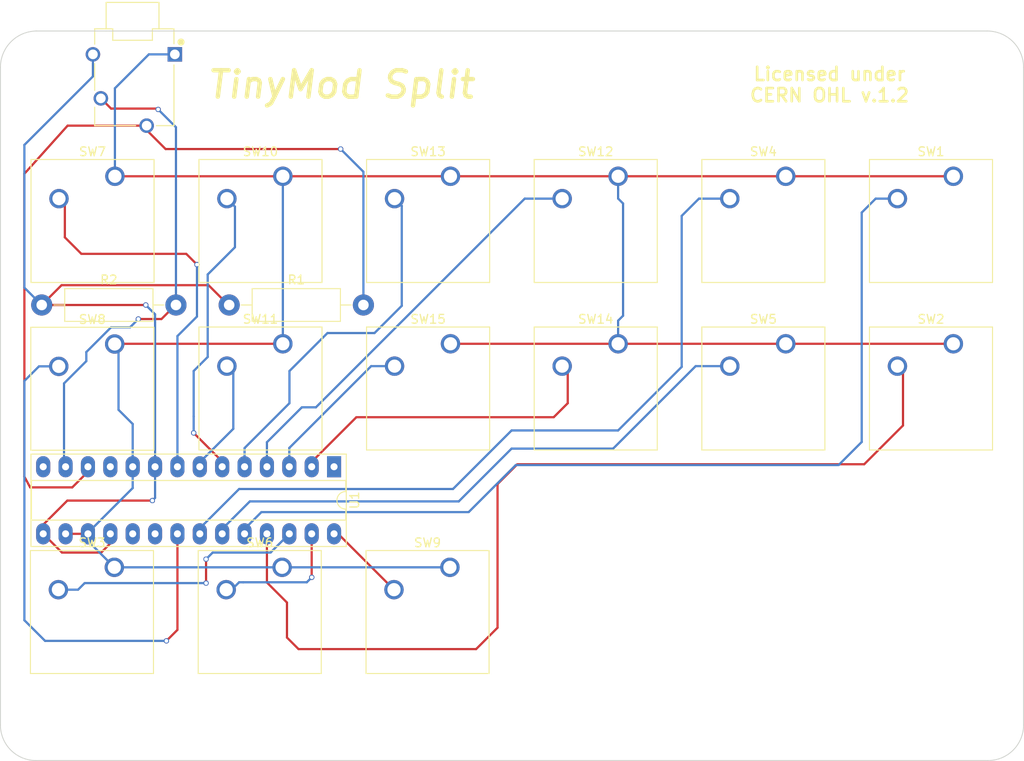
<source format=kicad_pcb>
(kicad_pcb (version 4) (host pcbnew 4.0.7)

  (general
    (links 42)
    (no_connects 0)
    (area 53.917714 37.330499 176.840036 124.963)
    (thickness 1.6)
    (drawings 11)
    (tracks 195)
    (zones 0)
    (modules 24)
    (nets 23)
  )

  (page A4)
  (layers
    (0 F.Cu signal)
    (31 B.Cu signal)
    (32 B.Adhes user)
    (33 F.Adhes user)
    (34 B.Paste user)
    (35 F.Paste user)
    (36 B.SilkS user)
    (37 F.SilkS user)
    (38 B.Mask user)
    (39 F.Mask user)
    (40 Dwgs.User user)
    (41 Cmts.User user)
    (42 Eco1.User user)
    (43 Eco2.User user)
    (44 Edge.Cuts user)
    (45 Margin user)
    (46 B.CrtYd user)
    (47 F.CrtYd user)
    (48 B.Fab user)
    (49 F.Fab user)
  )

  (setup
    (last_trace_width 0.25)
    (trace_clearance 0.2)
    (zone_clearance 0.508)
    (zone_45_only no)
    (trace_min 0.2)
    (segment_width 0.2)
    (edge_width 0.1)
    (via_size 0.6)
    (via_drill 0.4)
    (via_min_size 0.4)
    (via_min_drill 0.3)
    (uvia_size 0.3)
    (uvia_drill 0.1)
    (uvias_allowed no)
    (uvia_min_size 0.2)
    (uvia_min_drill 0.1)
    (pcb_text_width 0.3)
    (pcb_text_size 1.5 1.5)
    (mod_edge_width 0.15)
    (mod_text_size 1 1)
    (mod_text_width 0.15)
    (pad_size 1.5 1.5)
    (pad_drill 0.6)
    (pad_to_mask_clearance 0)
    (aux_axis_origin 61.332 119.89925)
    (grid_origin 60.48825 82.21175)
    (visible_elements 7FFFFFFF)
    (pcbplotparams
      (layerselection 0x010e0_80000001)
      (usegerberextensions false)
      (excludeedgelayer true)
      (linewidth 0.100000)
      (plotframeref false)
      (viasonmask false)
      (mode 1)
      (useauxorigin false)
      (hpglpennumber 1)
      (hpglpenspeed 20)
      (hpglpendiameter 15)
      (hpglpenoverlay 2)
      (psnegative false)
      (psa4output false)
      (plotreference true)
      (plotvalue true)
      (plotinvisibletext false)
      (padsonsilk false)
      (subtractmaskfromsilk false)
      (outputformat 1)
      (mirror false)
      (drillshape 0)
      (scaleselection 1)
      (outputdirectory ""))
  )

  (net 0 "")
  (net 1 "Net-(SW1-Pad2)")
  (net 2 "Net-(SW2-Pad2)")
  (net 3 "Net-(SW4-Pad2)")
  (net 4 "Net-(SW5-Pad2)")
  (net 5 "Net-(SW15-Pad2)")
  (net 6 "Net-(SW7-Pad2)")
  (net 7 "Net-(SW8-Pad2)")
  (net 8 "Net-(SW12-Pad2)")
  (net 9 "Net-(SW10-Pad2)")
  (net 10 "Net-(SW11-Pad2)")
  (net 11 "Net-(SW13-Pad2)")
  (net 12 "Net-(SW14-Pad2)")
  (net 13 "Net-(U1-Pad1)")
  (net 14 "Net-(U1-Pad19)")
  (net 15 "Net-(U1-Pad20)")
  (net 16 "Net-(SW3-Pad2)")
  (net 17 "Net-(SW6-Pad2)")
  (net 18 "Net-(SW9-Pad2)")
  (net 19 "Net-(J6-Pad2)")
  (net 20 "Net-(J6-Pad3)")
  (net 21 "Net-(J6-Pad1)")
  (net 22 "Net-(J6-Pad4)")

  (net_class Default "This is the default net class."
    (clearance 0.2)
    (trace_width 0.25)
    (via_dia 0.6)
    (via_drill 0.4)
    (uvia_dia 0.3)
    (uvia_drill 0.1)
    (add_net "Net-(J6-Pad1)")
    (add_net "Net-(J6-Pad2)")
    (add_net "Net-(J6-Pad3)")
    (add_net "Net-(J6-Pad4)")
    (add_net "Net-(SW1-Pad2)")
    (add_net "Net-(SW10-Pad2)")
    (add_net "Net-(SW11-Pad2)")
    (add_net "Net-(SW12-Pad2)")
    (add_net "Net-(SW13-Pad2)")
    (add_net "Net-(SW14-Pad2)")
    (add_net "Net-(SW15-Pad2)")
    (add_net "Net-(SW2-Pad2)")
    (add_net "Net-(SW3-Pad2)")
    (add_net "Net-(SW4-Pad2)")
    (add_net "Net-(SW5-Pad2)")
    (add_net "Net-(SW6-Pad2)")
    (add_net "Net-(SW7-Pad2)")
    (add_net "Net-(SW8-Pad2)")
    (add_net "Net-(SW9-Pad2)")
    (add_net "Net-(U1-Pad1)")
    (add_net "Net-(U1-Pad19)")
    (add_net "Net-(U1-Pad20)")
  )

  (module Mounting_Holes:MountingHole_3mm (layer F.Cu) (tedit 600F33FA) (tstamp 600F2B64)
    (at 61.341 119.888)
    (descr "Mounting Hole 3mm, no annular")
    (tags "mounting hole 3mm no annular")
    (attr virtual)
    (fp_text reference REF** (at 0 -4) (layer F.SilkS) hide
      (effects (font (size 1 1) (thickness 0.15)))
    )
    (fp_text value MountingHole_3mm (at 0 4) (layer F.Fab) hide
      (effects (font (size 1 1) (thickness 0.15)))
    )
    (fp_text user %R (at 0.3 0) (layer F.Fab) hide
      (effects (font (size 1 1) (thickness 0.15)))
    )
    (fp_circle (center 0 0) (end 3 0) (layer Cmts.User) (width 0.15))
    (fp_circle (center 0 0) (end 3.25 0) (layer F.CrtYd) (width 0.05))
    (pad 1 np_thru_hole circle (at 0 0) (size 3 3) (drill 3) (layers *.Cu *.Mask))
  )

  (module Mounting_Holes:MountingHole_3mm (layer F.Cu) (tedit 600F3409) (tstamp 600F2B53)
    (at 169.418 119.888)
    (descr "Mounting Hole 3mm, no annular")
    (tags "mounting hole 3mm no annular")
    (attr virtual)
    (fp_text reference REF** (at 0 -4) (layer F.SilkS) hide
      (effects (font (size 1 1) (thickness 0.15)))
    )
    (fp_text value MountingHole_3mm (at 0 4) (layer F.Fab) hide
      (effects (font (size 1 1) (thickness 0.15)))
    )
    (fp_text user %R (at 0.3 0) (layer F.Fab) hide
      (effects (font (size 1 1) (thickness 0.15)))
    )
    (fp_circle (center 0 0) (end 3 0) (layer Cmts.User) (width 0.15))
    (fp_circle (center 0 0) (end 3.25 0) (layer F.CrtYd) (width 0.05))
    (pad 1 np_thru_hole circle (at 0 0) (size 3 3) (drill 3) (layers *.Cu *.Mask))
  )

  (module Mounting_Holes:MountingHole_3mm (layer F.Cu) (tedit 600F33EA) (tstamp 600F2B45)
    (at 61.332 45.1805)
    (descr "Mounting Hole 3mm, no annular")
    (tags "mounting hole 3mm no annular")
    (attr virtual)
    (fp_text reference REF** (at 0 -4) (layer F.SilkS) hide
      (effects (font (size 1 1) (thickness 0.15)))
    )
    (fp_text value MountingHole_3mm (at 0 4) (layer F.Fab) hide
      (effects (font (size 1 1) (thickness 0.15)))
    )
    (fp_text user %R (at 0.3 0) (layer F.Fab) hide
      (effects (font (size 1 1) (thickness 0.15)))
    )
    (fp_circle (center 0 0) (end 3 0) (layer Cmts.User) (width 0.15))
    (fp_circle (center 0 0) (end 3.25 0) (layer F.CrtYd) (width 0.05))
    (pad 1 np_thru_hole circle (at 0 0) (size 3 3) (drill 3) (layers *.Cu *.Mask))
  )

  (module Mounting_Holes:MountingHole_3mm (layer F.Cu) (tedit 600F343E) (tstamp 600F2B2F)
    (at 115.316 79.375)
    (descr "Mounting Hole 3mm, no annular")
    (tags "mounting hole 3mm no annular")
    (attr virtual)
    (fp_text reference REF** (at 0 -4) (layer F.SilkS) hide
      (effects (font (size 1 1) (thickness 0.15)))
    )
    (fp_text value MountingHole_3mm (at 0 4) (layer F.Fab) hide
      (effects (font (size 1 1) (thickness 0.15)))
    )
    (fp_text user %R (at 0.3 0) (layer F.Fab) hide
      (effects (font (size 1 1) (thickness 0.15)))
    )
    (fp_circle (center 0 0) (end 3 0) (layer Cmts.User) (width 0.15))
    (fp_circle (center 0 0) (end 3.25 0) (layer F.CrtYd) (width 0.05))
    (pad 1 np_thru_hole circle (at 0 0) (size 3 3) (drill 3) (layers *.Cu *.Mask))
  )

  (module Buttons_Switches_Keyboard:SW_Cherry_MX1A_1.00u_PCB (layer F.Cu) (tedit 6043FC2F) (tstamp 600E368C)
    (at 70.231 101.981)
    (descr "Cherry MX keyswitch, MX1A, 1u, PCB mount, http://cherryamericas.com/wp-content/uploads/2014/12/mx_cat.pdf")
    (tags "cherry mx keyswitch MX1A 1u PCB")
    (path /600DF719)
    (fp_text reference SW3 (at -2.54 -2.794) (layer F.SilkS)
      (effects (font (size 1 1) (thickness 0.15)))
    )
    (fp_text value SW_DIP_x01 (at -2.54 12.954) (layer F.Fab) hide
      (effects (font (size 1 1) (thickness 0.15)))
    )
    (fp_text user %R (at -2.54 -2.794) (layer F.Fab) hide
      (effects (font (size 1 1) (thickness 0.15)))
    )
    (fp_line (start -8.89 -1.27) (end 3.81 -1.27) (layer F.Fab) (width 0.15))
    (fp_line (start 3.81 -1.27) (end 3.81 11.43) (layer F.Fab) (width 0.15))
    (fp_line (start 3.81 11.43) (end -8.89 11.43) (layer F.Fab) (width 0.15))
    (fp_line (start -8.89 11.43) (end -8.89 -1.27) (layer F.Fab) (width 0.15))
    (fp_line (start -9.78 12.32) (end -9.78 -2.16) (layer F.CrtYd) (width 0.05))
    (fp_line (start 4.7 12.32) (end -9.78 12.32) (layer F.CrtYd) (width 0.05))
    (fp_line (start 4.7 -2.16) (end 4.7 12.32) (layer F.CrtYd) (width 0.05))
    (fp_line (start -9.78 -2.16) (end 4.7 -2.16) (layer F.CrtYd) (width 0.05))
    (fp_line (start -12.065 -4.445) (end 6.985 -4.445) (layer Dwgs.User) (width 0.15))
    (fp_line (start 6.985 -4.445) (end 6.985 14.605) (layer Dwgs.User) (width 0.15))
    (fp_line (start 6.985 14.605) (end -12.065 14.605) (layer Dwgs.User) (width 0.15))
    (fp_line (start -12.065 14.605) (end -12.065 -4.445) (layer Dwgs.User) (width 0.15))
    (fp_line (start -9.525 -1.905) (end 4.445 -1.905) (layer F.SilkS) (width 0.12))
    (fp_line (start 4.445 -1.905) (end 4.445 12.065) (layer F.SilkS) (width 0.12))
    (fp_line (start 4.445 12.065) (end -9.525 12.065) (layer F.SilkS) (width 0.12))
    (fp_line (start -9.525 12.065) (end -9.525 -1.905) (layer F.SilkS) (width 0.12))
    (pad 1 thru_hole circle (at 0 0) (size 2.2 2.2) (drill 1.5) (layers *.Cu *.Mask)
      (net 21 "Net-(J6-Pad1)"))
    (pad 2 thru_hole circle (at -6.35 2.54) (size 2.2 2.2) (drill 1.5) (layers *.Cu *.Mask)
      (net 16 "Net-(SW3-Pad2)"))
    (pad "" np_thru_hole circle (at -2.54 5.08) (size 4 4) (drill 4) (layers *.Cu *.Mask))
    (pad "" np_thru_hole circle (at -7.62 5.08) (size 1.7 1.7) (drill 1.7) (layers *.Cu *.Mask))
    (pad "" np_thru_hole circle (at 2.54 5.08) (size 1.7 1.7) (drill 1.7) (layers *.Cu *.Mask))
    (model ${KISYS3DMOD}/Buttons_Switches_Keyboard.3dshapes/SW_Cherry_MX1A_1.00u_PCB.wrl
      (at (xyz 0 0 0))
      (scale (xyz 1 1 1))
      (rotate (xyz 0 0 0))
    )
  )

  (module Buttons_Switches_Keyboard:SW_Cherry_MX1A_1.00u_PCB (layer F.Cu) (tedit 6043FC22) (tstamp 600E36A7)
    (at 89.281 101.981)
    (descr "Cherry MX keyswitch, MX1A, 1u, PCB mount, http://cherryamericas.com/wp-content/uploads/2014/12/mx_cat.pdf")
    (tags "cherry mx keyswitch MX1A 1u PCB")
    (path /600DF71F)
    (fp_text reference SW6 (at -2.54 -2.794) (layer F.SilkS)
      (effects (font (size 1 1) (thickness 0.15)))
    )
    (fp_text value SW_DIP_x01 (at -2.54 12.954) (layer F.Fab) hide
      (effects (font (size 1 1) (thickness 0.15)))
    )
    (fp_text user %R (at -2.54 -2.794) (layer F.Fab) hide
      (effects (font (size 1 1) (thickness 0.15)))
    )
    (fp_line (start -8.89 -1.27) (end 3.81 -1.27) (layer F.Fab) (width 0.15))
    (fp_line (start 3.81 -1.27) (end 3.81 11.43) (layer F.Fab) (width 0.15))
    (fp_line (start 3.81 11.43) (end -8.89 11.43) (layer F.Fab) (width 0.15))
    (fp_line (start -8.89 11.43) (end -8.89 -1.27) (layer F.Fab) (width 0.15))
    (fp_line (start -9.78 12.32) (end -9.78 -2.16) (layer F.CrtYd) (width 0.05))
    (fp_line (start 4.7 12.32) (end -9.78 12.32) (layer F.CrtYd) (width 0.05))
    (fp_line (start 4.7 -2.16) (end 4.7 12.32) (layer F.CrtYd) (width 0.05))
    (fp_line (start -9.78 -2.16) (end 4.7 -2.16) (layer F.CrtYd) (width 0.05))
    (fp_line (start -12.065 -4.445) (end 6.985 -4.445) (layer Dwgs.User) (width 0.15))
    (fp_line (start 6.985 -4.445) (end 6.985 14.605) (layer Dwgs.User) (width 0.15))
    (fp_line (start 6.985 14.605) (end -12.065 14.605) (layer Dwgs.User) (width 0.15))
    (fp_line (start -12.065 14.605) (end -12.065 -4.445) (layer Dwgs.User) (width 0.15))
    (fp_line (start -9.525 -1.905) (end 4.445 -1.905) (layer F.SilkS) (width 0.12))
    (fp_line (start 4.445 -1.905) (end 4.445 12.065) (layer F.SilkS) (width 0.12))
    (fp_line (start 4.445 12.065) (end -9.525 12.065) (layer F.SilkS) (width 0.12))
    (fp_line (start -9.525 12.065) (end -9.525 -1.905) (layer F.SilkS) (width 0.12))
    (pad 1 thru_hole circle (at 0 0) (size 2.2 2.2) (drill 1.5) (layers *.Cu *.Mask)
      (net 21 "Net-(J6-Pad1)"))
    (pad 2 thru_hole circle (at -6.35 2.54) (size 2.2 2.2) (drill 1.5) (layers *.Cu *.Mask)
      (net 17 "Net-(SW6-Pad2)"))
    (pad "" np_thru_hole circle (at -2.54 5.08) (size 4 4) (drill 4) (layers *.Cu *.Mask))
    (pad "" np_thru_hole circle (at -7.62 5.08) (size 1.7 1.7) (drill 1.7) (layers *.Cu *.Mask))
    (pad "" np_thru_hole circle (at 2.54 5.08) (size 1.7 1.7) (drill 1.7) (layers *.Cu *.Mask))
    (model ${KISYS3DMOD}/Buttons_Switches_Keyboard.3dshapes/SW_Cherry_MX1A_1.00u_PCB.wrl
      (at (xyz 0 0 0))
      (scale (xyz 1 1 1))
      (rotate (xyz 0 0 0))
    )
  )

  (module Buttons_Switches_Keyboard:SW_Cherry_MX1A_1.00u_PCB (layer F.Cu) (tedit 6043FC05) (tstamp 600E36B0)
    (at 70.29704 57.5564)
    (descr "Cherry MX keyswitch, MX1A, 1u, PCB mount, http://cherryamericas.com/wp-content/uploads/2014/12/mx_cat.pdf")
    (tags "cherry mx keyswitch MX1A 1u PCB")
    (path /600DF0AF)
    (fp_text reference SW7 (at -2.54 -2.794) (layer F.SilkS)
      (effects (font (size 1 1) (thickness 0.15)))
    )
    (fp_text value SW_DIP_x01 (at -2.54 12.954) (layer F.Fab) hide
      (effects (font (size 1 1) (thickness 0.15)))
    )
    (fp_text user %R (at -2.54 -2.794) (layer F.Fab) hide
      (effects (font (size 1 1) (thickness 0.15)))
    )
    (fp_line (start -8.89 -1.27) (end 3.81 -1.27) (layer F.Fab) (width 0.15))
    (fp_line (start 3.81 -1.27) (end 3.81 11.43) (layer F.Fab) (width 0.15))
    (fp_line (start 3.81 11.43) (end -8.89 11.43) (layer F.Fab) (width 0.15))
    (fp_line (start -8.89 11.43) (end -8.89 -1.27) (layer F.Fab) (width 0.15))
    (fp_line (start -9.78 12.32) (end -9.78 -2.16) (layer F.CrtYd) (width 0.05))
    (fp_line (start 4.7 12.32) (end -9.78 12.32) (layer F.CrtYd) (width 0.05))
    (fp_line (start 4.7 -2.16) (end 4.7 12.32) (layer F.CrtYd) (width 0.05))
    (fp_line (start -9.78 -2.16) (end 4.7 -2.16) (layer F.CrtYd) (width 0.05))
    (fp_line (start -12.065 -4.445) (end 6.985 -4.445) (layer Dwgs.User) (width 0.15))
    (fp_line (start 6.985 -4.445) (end 6.985 14.605) (layer Dwgs.User) (width 0.15))
    (fp_line (start 6.985 14.605) (end -12.065 14.605) (layer Dwgs.User) (width 0.15))
    (fp_line (start -12.065 14.605) (end -12.065 -4.445) (layer Dwgs.User) (width 0.15))
    (fp_line (start -9.525 -1.905) (end 4.445 -1.905) (layer F.SilkS) (width 0.12))
    (fp_line (start 4.445 -1.905) (end 4.445 12.065) (layer F.SilkS) (width 0.12))
    (fp_line (start 4.445 12.065) (end -9.525 12.065) (layer F.SilkS) (width 0.12))
    (fp_line (start -9.525 12.065) (end -9.525 -1.905) (layer F.SilkS) (width 0.12))
    (pad 1 thru_hole circle (at 0 0) (size 2.2 2.2) (drill 1.5) (layers *.Cu *.Mask)
      (net 21 "Net-(J6-Pad1)"))
    (pad 2 thru_hole circle (at -6.35 2.54) (size 2.2 2.2) (drill 1.5) (layers *.Cu *.Mask)
      (net 6 "Net-(SW7-Pad2)"))
    (pad "" np_thru_hole circle (at -2.54 5.08) (size 4 4) (drill 4) (layers *.Cu *.Mask))
    (pad "" np_thru_hole circle (at -7.62 5.08) (size 1.7 1.7) (drill 1.7) (layers *.Cu *.Mask))
    (pad "" np_thru_hole circle (at 2.54 5.08) (size 1.7 1.7) (drill 1.7) (layers *.Cu *.Mask))
    (model ${KISYS3DMOD}/Buttons_Switches_Keyboard.3dshapes/SW_Cherry_MX1A_1.00u_PCB.wrl
      (at (xyz 0 0 0))
      (scale (xyz 1 1 1))
      (rotate (xyz 0 0 0))
    )
  )

  (module Buttons_Switches_Keyboard:SW_Cherry_MX1A_1.00u_PCB (layer F.Cu) (tedit 6043FC6A) (tstamp 600E36B9)
    (at 70.27164 76.61148)
    (descr "Cherry MX keyswitch, MX1A, 1u, PCB mount, http://cherryamericas.com/wp-content/uploads/2014/12/mx_cat.pdf")
    (tags "cherry mx keyswitch MX1A 1u PCB")
    (path /600DF2BD)
    (fp_text reference SW8 (at -2.54 -2.794) (layer F.SilkS)
      (effects (font (size 1 1) (thickness 0.15)))
    )
    (fp_text value SW_DIP_x01 (at -2.54 12.954) (layer F.Fab) hide
      (effects (font (size 1 1) (thickness 0.15)))
    )
    (fp_text user %R (at -2.54 -2.794) (layer F.Fab) hide
      (effects (font (size 1 1) (thickness 0.15)))
    )
    (fp_line (start -8.89 -1.27) (end 3.81 -1.27) (layer F.Fab) (width 0.15))
    (fp_line (start 3.81 -1.27) (end 3.81 11.43) (layer F.Fab) (width 0.15))
    (fp_line (start 3.81 11.43) (end -8.89 11.43) (layer F.Fab) (width 0.15))
    (fp_line (start -8.89 11.43) (end -8.89 -1.27) (layer F.Fab) (width 0.15))
    (fp_line (start -9.78 12.32) (end -9.78 -2.16) (layer F.CrtYd) (width 0.05))
    (fp_line (start 4.7 12.32) (end -9.78 12.32) (layer F.CrtYd) (width 0.05))
    (fp_line (start 4.7 -2.16) (end 4.7 12.32) (layer F.CrtYd) (width 0.05))
    (fp_line (start -9.78 -2.16) (end 4.7 -2.16) (layer F.CrtYd) (width 0.05))
    (fp_line (start -12.065 -4.445) (end 6.985 -4.445) (layer Dwgs.User) (width 0.15))
    (fp_line (start 6.985 -4.445) (end 6.985 14.605) (layer Dwgs.User) (width 0.15))
    (fp_line (start 6.985 14.605) (end -12.065 14.605) (layer Dwgs.User) (width 0.15))
    (fp_line (start -12.065 14.605) (end -12.065 -4.445) (layer Dwgs.User) (width 0.15))
    (fp_line (start -9.525 -1.905) (end 4.445 -1.905) (layer F.SilkS) (width 0.12))
    (fp_line (start 4.445 -1.905) (end 4.445 12.065) (layer F.SilkS) (width 0.12))
    (fp_line (start 4.445 12.065) (end -9.525 12.065) (layer F.SilkS) (width 0.12))
    (fp_line (start -9.525 12.065) (end -9.525 -1.905) (layer F.SilkS) (width 0.12))
    (pad 1 thru_hole circle (at 0 0) (size 2.2 2.2) (drill 1.5) (layers *.Cu *.Mask)
      (net 21 "Net-(J6-Pad1)"))
    (pad 2 thru_hole circle (at -6.35 2.54) (size 2.2 2.2) (drill 1.5) (layers *.Cu *.Mask)
      (net 7 "Net-(SW8-Pad2)"))
    (pad "" np_thru_hole circle (at -2.54 5.08) (size 4 4) (drill 4) (layers *.Cu *.Mask))
    (pad "" np_thru_hole circle (at -7.62 5.08) (size 1.7 1.7) (drill 1.7) (layers *.Cu *.Mask))
    (pad "" np_thru_hole circle (at 2.54 5.08) (size 1.7 1.7) (drill 1.7) (layers *.Cu *.Mask))
    (model ${KISYS3DMOD}/Buttons_Switches_Keyboard.3dshapes/SW_Cherry_MX1A_1.00u_PCB.wrl
      (at (xyz 0 0 0))
      (scale (xyz 1 1 1))
      (rotate (xyz 0 0 0))
    )
  )

  (module Buttons_Switches_Keyboard:SW_Cherry_MX1A_1.00u_PCB (layer F.Cu) (tedit 6043FC17) (tstamp 600E36C2)
    (at 108.331 101.981)
    (descr "Cherry MX keyswitch, MX1A, 1u, PCB mount, http://cherryamericas.com/wp-content/uploads/2014/12/mx_cat.pdf")
    (tags "cherry mx keyswitch MX1A 1u PCB")
    (path /600DF725)
    (fp_text reference SW9 (at -2.54 -2.794) (layer F.SilkS)
      (effects (font (size 1 1) (thickness 0.15)))
    )
    (fp_text value SW_DIP_x01 (at -2.54 12.954) (layer F.Fab) hide
      (effects (font (size 1 1) (thickness 0.15)))
    )
    (fp_text user %R (at -2.54 -2.794) (layer F.Fab) hide
      (effects (font (size 1 1) (thickness 0.15)))
    )
    (fp_line (start -8.89 -1.27) (end 3.81 -1.27) (layer F.Fab) (width 0.15))
    (fp_line (start 3.81 -1.27) (end 3.81 11.43) (layer F.Fab) (width 0.15))
    (fp_line (start 3.81 11.43) (end -8.89 11.43) (layer F.Fab) (width 0.15))
    (fp_line (start -8.89 11.43) (end -8.89 -1.27) (layer F.Fab) (width 0.15))
    (fp_line (start -9.78 12.32) (end -9.78 -2.16) (layer F.CrtYd) (width 0.05))
    (fp_line (start 4.7 12.32) (end -9.78 12.32) (layer F.CrtYd) (width 0.05))
    (fp_line (start 4.7 -2.16) (end 4.7 12.32) (layer F.CrtYd) (width 0.05))
    (fp_line (start -9.78 -2.16) (end 4.7 -2.16) (layer F.CrtYd) (width 0.05))
    (fp_line (start -12.065 -4.445) (end 6.985 -4.445) (layer Dwgs.User) (width 0.15))
    (fp_line (start 6.985 -4.445) (end 6.985 14.605) (layer Dwgs.User) (width 0.15))
    (fp_line (start 6.985 14.605) (end -12.065 14.605) (layer Dwgs.User) (width 0.15))
    (fp_line (start -12.065 14.605) (end -12.065 -4.445) (layer Dwgs.User) (width 0.15))
    (fp_line (start -9.525 -1.905) (end 4.445 -1.905) (layer F.SilkS) (width 0.12))
    (fp_line (start 4.445 -1.905) (end 4.445 12.065) (layer F.SilkS) (width 0.12))
    (fp_line (start 4.445 12.065) (end -9.525 12.065) (layer F.SilkS) (width 0.12))
    (fp_line (start -9.525 12.065) (end -9.525 -1.905) (layer F.SilkS) (width 0.12))
    (pad 1 thru_hole circle (at 0 0) (size 2.2 2.2) (drill 1.5) (layers *.Cu *.Mask)
      (net 21 "Net-(J6-Pad1)"))
    (pad 2 thru_hole circle (at -6.35 2.54) (size 2.2 2.2) (drill 1.5) (layers *.Cu *.Mask)
      (net 18 "Net-(SW9-Pad2)"))
    (pad "" np_thru_hole circle (at -2.54 5.08) (size 4 4) (drill 4) (layers *.Cu *.Mask))
    (pad "" np_thru_hole circle (at -7.62 5.08) (size 1.7 1.7) (drill 1.7) (layers *.Cu *.Mask))
    (pad "" np_thru_hole circle (at 2.54 5.08) (size 1.7 1.7) (drill 1.7) (layers *.Cu *.Mask))
    (model ${KISYS3DMOD}/Buttons_Switches_Keyboard.3dshapes/SW_Cherry_MX1A_1.00u_PCB.wrl
      (at (xyz 0 0 0))
      (scale (xyz 1 1 1))
      (rotate (xyz 0 0 0))
    )
  )

  (module Buttons_Switches_Keyboard:SW_Cherry_MX1A_1.00u_PCB (layer F.Cu) (tedit 6043FBF2) (tstamp 600E36CB)
    (at 89.36325 57.5555)
    (descr "Cherry MX keyswitch, MX1A, 1u, PCB mount, http://cherryamericas.com/wp-content/uploads/2014/12/mx_cat.pdf")
    (tags "cherry mx keyswitch MX1A 1u PCB")
    (path /600DF0B5)
    (fp_text reference SW10 (at -2.54 -2.794) (layer F.SilkS)
      (effects (font (size 1 1) (thickness 0.15)))
    )
    (fp_text value SW_DIP_x01 (at -2.54 12.954) (layer F.Fab) hide
      (effects (font (size 1 1) (thickness 0.15)))
    )
    (fp_text user %R (at -2.54 -2.794) (layer F.Fab) hide
      (effects (font (size 1 1) (thickness 0.15)))
    )
    (fp_line (start -8.89 -1.27) (end 3.81 -1.27) (layer F.Fab) (width 0.15))
    (fp_line (start 3.81 -1.27) (end 3.81 11.43) (layer F.Fab) (width 0.15))
    (fp_line (start 3.81 11.43) (end -8.89 11.43) (layer F.Fab) (width 0.15))
    (fp_line (start -8.89 11.43) (end -8.89 -1.27) (layer F.Fab) (width 0.15))
    (fp_line (start -9.78 12.32) (end -9.78 -2.16) (layer F.CrtYd) (width 0.05))
    (fp_line (start 4.7 12.32) (end -9.78 12.32) (layer F.CrtYd) (width 0.05))
    (fp_line (start 4.7 -2.16) (end 4.7 12.32) (layer F.CrtYd) (width 0.05))
    (fp_line (start -9.78 -2.16) (end 4.7 -2.16) (layer F.CrtYd) (width 0.05))
    (fp_line (start -12.065 -4.445) (end 6.985 -4.445) (layer Dwgs.User) (width 0.15))
    (fp_line (start 6.985 -4.445) (end 6.985 14.605) (layer Dwgs.User) (width 0.15))
    (fp_line (start 6.985 14.605) (end -12.065 14.605) (layer Dwgs.User) (width 0.15))
    (fp_line (start -12.065 14.605) (end -12.065 -4.445) (layer Dwgs.User) (width 0.15))
    (fp_line (start -9.525 -1.905) (end 4.445 -1.905) (layer F.SilkS) (width 0.12))
    (fp_line (start 4.445 -1.905) (end 4.445 12.065) (layer F.SilkS) (width 0.12))
    (fp_line (start 4.445 12.065) (end -9.525 12.065) (layer F.SilkS) (width 0.12))
    (fp_line (start -9.525 12.065) (end -9.525 -1.905) (layer F.SilkS) (width 0.12))
    (pad 1 thru_hole circle (at 0 0) (size 2.2 2.2) (drill 1.5) (layers *.Cu *.Mask)
      (net 21 "Net-(J6-Pad1)"))
    (pad 2 thru_hole circle (at -6.35 2.54) (size 2.2 2.2) (drill 1.5) (layers *.Cu *.Mask)
      (net 9 "Net-(SW10-Pad2)"))
    (pad "" np_thru_hole circle (at -2.54 5.08) (size 4 4) (drill 4) (layers *.Cu *.Mask))
    (pad "" np_thru_hole circle (at -7.62 5.08) (size 1.7 1.7) (drill 1.7) (layers *.Cu *.Mask))
    (pad "" np_thru_hole circle (at 2.54 5.08) (size 1.7 1.7) (drill 1.7) (layers *.Cu *.Mask))
    (model ${KISYS3DMOD}/Buttons_Switches_Keyboard.3dshapes/SW_Cherry_MX1A_1.00u_PCB.wrl
      (at (xyz 0 0 0))
      (scale (xyz 1 1 1))
      (rotate (xyz 0 0 0))
    )
  )

  (module Buttons_Switches_Keyboard:SW_Cherry_MX1A_1.00u_PCB (layer F.Cu) (tedit 6043FC78) (tstamp 600E36D4)
    (at 89.36325 76.58675)
    (descr "Cherry MX keyswitch, MX1A, 1u, PCB mount, http://cherryamericas.com/wp-content/uploads/2014/12/mx_cat.pdf")
    (tags "cherry mx keyswitch MX1A 1u PCB")
    (path /600DF2C3)
    (fp_text reference SW11 (at -2.54 -2.794) (layer F.SilkS)
      (effects (font (size 1 1) (thickness 0.15)))
    )
    (fp_text value SW_DIP_x01 (at -2.54 12.954) (layer F.Fab) hide
      (effects (font (size 1 1) (thickness 0.15)))
    )
    (fp_text user %R (at -2.54 -2.794) (layer F.Fab) hide
      (effects (font (size 1 1) (thickness 0.15)))
    )
    (fp_line (start -8.89 -1.27) (end 3.81 -1.27) (layer F.Fab) (width 0.15))
    (fp_line (start 3.81 -1.27) (end 3.81 11.43) (layer F.Fab) (width 0.15))
    (fp_line (start 3.81 11.43) (end -8.89 11.43) (layer F.Fab) (width 0.15))
    (fp_line (start -8.89 11.43) (end -8.89 -1.27) (layer F.Fab) (width 0.15))
    (fp_line (start -9.78 12.32) (end -9.78 -2.16) (layer F.CrtYd) (width 0.05))
    (fp_line (start 4.7 12.32) (end -9.78 12.32) (layer F.CrtYd) (width 0.05))
    (fp_line (start 4.7 -2.16) (end 4.7 12.32) (layer F.CrtYd) (width 0.05))
    (fp_line (start -9.78 -2.16) (end 4.7 -2.16) (layer F.CrtYd) (width 0.05))
    (fp_line (start -12.065 -4.445) (end 6.985 -4.445) (layer Dwgs.User) (width 0.15))
    (fp_line (start 6.985 -4.445) (end 6.985 14.605) (layer Dwgs.User) (width 0.15))
    (fp_line (start 6.985 14.605) (end -12.065 14.605) (layer Dwgs.User) (width 0.15))
    (fp_line (start -12.065 14.605) (end -12.065 -4.445) (layer Dwgs.User) (width 0.15))
    (fp_line (start -9.525 -1.905) (end 4.445 -1.905) (layer F.SilkS) (width 0.12))
    (fp_line (start 4.445 -1.905) (end 4.445 12.065) (layer F.SilkS) (width 0.12))
    (fp_line (start 4.445 12.065) (end -9.525 12.065) (layer F.SilkS) (width 0.12))
    (fp_line (start -9.525 12.065) (end -9.525 -1.905) (layer F.SilkS) (width 0.12))
    (pad 1 thru_hole circle (at 0 0) (size 2.2 2.2) (drill 1.5) (layers *.Cu *.Mask)
      (net 21 "Net-(J6-Pad1)"))
    (pad 2 thru_hole circle (at -6.35 2.54) (size 2.2 2.2) (drill 1.5) (layers *.Cu *.Mask)
      (net 10 "Net-(SW11-Pad2)"))
    (pad "" np_thru_hole circle (at -2.54 5.08) (size 4 4) (drill 4) (layers *.Cu *.Mask))
    (pad "" np_thru_hole circle (at -7.62 5.08) (size 1.7 1.7) (drill 1.7) (layers *.Cu *.Mask))
    (pad "" np_thru_hole circle (at 2.54 5.08) (size 1.7 1.7) (drill 1.7) (layers *.Cu *.Mask))
    (model ${KISYS3DMOD}/Buttons_Switches_Keyboard.3dshapes/SW_Cherry_MX1A_1.00u_PCB.wrl
      (at (xyz 0 0 0))
      (scale (xyz 1 1 1))
      (rotate (xyz 0 0 0))
    )
  )

  (module Buttons_Switches_Keyboard:SW_Cherry_MX1A_1.00u_PCB (layer F.Cu) (tedit 6043FBE9) (tstamp 600E36E6)
    (at 108.3945 57.5555)
    (descr "Cherry MX keyswitch, MX1A, 1u, PCB mount, http://cherryamericas.com/wp-content/uploads/2014/12/mx_cat.pdf")
    (tags "cherry mx keyswitch MX1A 1u PCB")
    (path /600DF4FF)
    (fp_text reference SW13 (at -2.54 -2.794) (layer F.SilkS)
      (effects (font (size 1 1) (thickness 0.15)))
    )
    (fp_text value SW_DIP_x01 (at -2.54 12.954) (layer F.Fab) hide
      (effects (font (size 1 1) (thickness 0.15)))
    )
    (fp_text user %R (at -2.54 -2.794) (layer F.Fab) hide
      (effects (font (size 1 1) (thickness 0.15)))
    )
    (fp_line (start -8.89 -1.27) (end 3.81 -1.27) (layer F.Fab) (width 0.15))
    (fp_line (start 3.81 -1.27) (end 3.81 11.43) (layer F.Fab) (width 0.15))
    (fp_line (start 3.81 11.43) (end -8.89 11.43) (layer F.Fab) (width 0.15))
    (fp_line (start -8.89 11.43) (end -8.89 -1.27) (layer F.Fab) (width 0.15))
    (fp_line (start -9.78 12.32) (end -9.78 -2.16) (layer F.CrtYd) (width 0.05))
    (fp_line (start 4.7 12.32) (end -9.78 12.32) (layer F.CrtYd) (width 0.05))
    (fp_line (start 4.7 -2.16) (end 4.7 12.32) (layer F.CrtYd) (width 0.05))
    (fp_line (start -9.78 -2.16) (end 4.7 -2.16) (layer F.CrtYd) (width 0.05))
    (fp_line (start -12.065 -4.445) (end 6.985 -4.445) (layer Dwgs.User) (width 0.15))
    (fp_line (start 6.985 -4.445) (end 6.985 14.605) (layer Dwgs.User) (width 0.15))
    (fp_line (start 6.985 14.605) (end -12.065 14.605) (layer Dwgs.User) (width 0.15))
    (fp_line (start -12.065 14.605) (end -12.065 -4.445) (layer Dwgs.User) (width 0.15))
    (fp_line (start -9.525 -1.905) (end 4.445 -1.905) (layer F.SilkS) (width 0.12))
    (fp_line (start 4.445 -1.905) (end 4.445 12.065) (layer F.SilkS) (width 0.12))
    (fp_line (start 4.445 12.065) (end -9.525 12.065) (layer F.SilkS) (width 0.12))
    (fp_line (start -9.525 12.065) (end -9.525 -1.905) (layer F.SilkS) (width 0.12))
    (pad 1 thru_hole circle (at 0 0) (size 2.2 2.2) (drill 1.5) (layers *.Cu *.Mask)
      (net 21 "Net-(J6-Pad1)"))
    (pad 2 thru_hole circle (at -6.35 2.54) (size 2.2 2.2) (drill 1.5) (layers *.Cu *.Mask)
      (net 11 "Net-(SW13-Pad2)"))
    (pad "" np_thru_hole circle (at -2.54 5.08) (size 4 4) (drill 4) (layers *.Cu *.Mask))
    (pad "" np_thru_hole circle (at -7.62 5.08) (size 1.7 1.7) (drill 1.7) (layers *.Cu *.Mask))
    (pad "" np_thru_hole circle (at 2.54 5.08) (size 1.7 1.7) (drill 1.7) (layers *.Cu *.Mask))
    (model ${KISYS3DMOD}/Buttons_Switches_Keyboard.3dshapes/SW_Cherry_MX1A_1.00u_PCB.wrl
      (at (xyz 0 0 0))
      (scale (xyz 1 1 1))
      (rotate (xyz 0 0 0))
    )
  )

  (module Buttons_Switches_Keyboard:SW_Cherry_MX1A_1.00u_PCB (layer F.Cu) (tedit 6043FC9E) (tstamp 600E36EF)
    (at 127.42575 76.58675)
    (descr "Cherry MX keyswitch, MX1A, 1u, PCB mount, http://cherryamericas.com/wp-content/uploads/2014/12/mx_cat.pdf")
    (tags "cherry mx keyswitch MX1A 1u PCB")
    (path /600DF1D1)
    (fp_text reference SW14 (at -2.54 -2.794) (layer F.SilkS)
      (effects (font (size 1 1) (thickness 0.15)))
    )
    (fp_text value SW_DIP_x01 (at -2.54 12.954) (layer F.Fab) hide
      (effects (font (size 1 1) (thickness 0.15)))
    )
    (fp_text user %R (at -2.54 -2.794) (layer F.Fab) hide
      (effects (font (size 1 1) (thickness 0.15)))
    )
    (fp_line (start -8.89 -1.27) (end 3.81 -1.27) (layer F.Fab) (width 0.15))
    (fp_line (start 3.81 -1.27) (end 3.81 11.43) (layer F.Fab) (width 0.15))
    (fp_line (start 3.81 11.43) (end -8.89 11.43) (layer F.Fab) (width 0.15))
    (fp_line (start -8.89 11.43) (end -8.89 -1.27) (layer F.Fab) (width 0.15))
    (fp_line (start -9.78 12.32) (end -9.78 -2.16) (layer F.CrtYd) (width 0.05))
    (fp_line (start 4.7 12.32) (end -9.78 12.32) (layer F.CrtYd) (width 0.05))
    (fp_line (start 4.7 -2.16) (end 4.7 12.32) (layer F.CrtYd) (width 0.05))
    (fp_line (start -9.78 -2.16) (end 4.7 -2.16) (layer F.CrtYd) (width 0.05))
    (fp_line (start -12.065 -4.445) (end 6.985 -4.445) (layer Dwgs.User) (width 0.15))
    (fp_line (start 6.985 -4.445) (end 6.985 14.605) (layer Dwgs.User) (width 0.15))
    (fp_line (start 6.985 14.605) (end -12.065 14.605) (layer Dwgs.User) (width 0.15))
    (fp_line (start -12.065 14.605) (end -12.065 -4.445) (layer Dwgs.User) (width 0.15))
    (fp_line (start -9.525 -1.905) (end 4.445 -1.905) (layer F.SilkS) (width 0.12))
    (fp_line (start 4.445 -1.905) (end 4.445 12.065) (layer F.SilkS) (width 0.12))
    (fp_line (start 4.445 12.065) (end -9.525 12.065) (layer F.SilkS) (width 0.12))
    (fp_line (start -9.525 12.065) (end -9.525 -1.905) (layer F.SilkS) (width 0.12))
    (pad 1 thru_hole circle (at 0 0) (size 2.2 2.2) (drill 1.5) (layers *.Cu *.Mask)
      (net 21 "Net-(J6-Pad1)"))
    (pad 2 thru_hole circle (at -6.35 2.54) (size 2.2 2.2) (drill 1.5) (layers *.Cu *.Mask)
      (net 12 "Net-(SW14-Pad2)"))
    (pad "" np_thru_hole circle (at -2.54 5.08) (size 4 4) (drill 4) (layers *.Cu *.Mask))
    (pad "" np_thru_hole circle (at -7.62 5.08) (size 1.7 1.7) (drill 1.7) (layers *.Cu *.Mask))
    (pad "" np_thru_hole circle (at 2.54 5.08) (size 1.7 1.7) (drill 1.7) (layers *.Cu *.Mask))
    (model ${KISYS3DMOD}/Buttons_Switches_Keyboard.3dshapes/SW_Cherry_MX1A_1.00u_PCB.wrl
      (at (xyz 0 0 0))
      (scale (xyz 1 1 1))
      (rotate (xyz 0 0 0))
    )
  )

  (module Housings_DIP:DIP-28_W7.62mm_Socket_LongPads (layer F.Cu) (tedit 6043FB40) (tstamp 600E3733)
    (at 95.17575 90.5555 270)
    (descr "28-lead though-hole mounted DIP package, row spacing 7.62 mm (300 mils), Socket, LongPads")
    (tags "THT DIP DIL PDIP 2.54mm 7.62mm 300mil Socket LongPads")
    (path /5DF5EE1C)
    (fp_text reference U1 (at 3.81 -2.33 270) (layer F.SilkS)
      (effects (font (size 1 1) (thickness 0.15)))
    )
    (fp_text value MCP23017 (at 4.125 26.0625 360) (layer F.Fab)
      (effects (font (size 1 1) (thickness 0.15)))
    )
    (fp_arc (start 3.81 -1.33) (end 2.81 -1.33) (angle -180) (layer F.SilkS) (width 0.12))
    (fp_line (start 1.635 -1.27) (end 6.985 -1.27) (layer F.Fab) (width 0.1))
    (fp_line (start 6.985 -1.27) (end 6.985 34.29) (layer F.Fab) (width 0.1))
    (fp_line (start 6.985 34.29) (end 0.635 34.29) (layer F.Fab) (width 0.1))
    (fp_line (start 0.635 34.29) (end 0.635 -0.27) (layer F.Fab) (width 0.1))
    (fp_line (start 0.635 -0.27) (end 1.635 -1.27) (layer F.Fab) (width 0.1))
    (fp_line (start -1.27 -1.33) (end -1.27 34.35) (layer F.Fab) (width 0.1))
    (fp_line (start -1.27 34.35) (end 8.89 34.35) (layer F.Fab) (width 0.1))
    (fp_line (start 8.89 34.35) (end 8.89 -1.33) (layer F.Fab) (width 0.1))
    (fp_line (start 8.89 -1.33) (end -1.27 -1.33) (layer F.Fab) (width 0.1))
    (fp_line (start 2.81 -1.33) (end 1.56 -1.33) (layer F.SilkS) (width 0.12))
    (fp_line (start 1.56 -1.33) (end 1.56 34.35) (layer F.SilkS) (width 0.12))
    (fp_line (start 1.56 34.35) (end 6.06 34.35) (layer F.SilkS) (width 0.12))
    (fp_line (start 6.06 34.35) (end 6.06 -1.33) (layer F.SilkS) (width 0.12))
    (fp_line (start 6.06 -1.33) (end 4.81 -1.33) (layer F.SilkS) (width 0.12))
    (fp_line (start -1.44 -1.39) (end -1.44 34.41) (layer F.SilkS) (width 0.12))
    (fp_line (start -1.44 34.41) (end 9.06 34.41) (layer F.SilkS) (width 0.12))
    (fp_line (start 9.06 34.41) (end 9.06 -1.39) (layer F.SilkS) (width 0.12))
    (fp_line (start 9.06 -1.39) (end -1.44 -1.39) (layer F.SilkS) (width 0.12))
    (fp_line (start -1.55 -1.6) (end -1.55 34.65) (layer F.CrtYd) (width 0.05))
    (fp_line (start -1.55 34.65) (end 9.15 34.65) (layer F.CrtYd) (width 0.05))
    (fp_line (start 9.15 34.65) (end 9.15 -1.6) (layer F.CrtYd) (width 0.05))
    (fp_line (start 9.15 -1.6) (end -1.55 -1.6) (layer F.CrtYd) (width 0.05))
    (fp_text user %R (at 3.81 16.51 270) (layer F.Fab)
      (effects (font (size 1 1) (thickness 0.15)))
    )
    (pad 1 thru_hole rect (at 0 0 270) (size 2.4 1.6) (drill 0.8) (layers *.Cu *.Mask)
      (net 13 "Net-(U1-Pad1)"))
    (pad 15 thru_hole oval (at 7.62 33.02 270) (size 2.4 1.6) (drill 0.8) (layers *.Cu *.Mask)
      (net 22 "Net-(J6-Pad4)"))
    (pad 2 thru_hole oval (at 0 2.54 270) (size 2.4 1.6) (drill 0.8) (layers *.Cu *.Mask)
      (net 12 "Net-(SW14-Pad2)"))
    (pad 16 thru_hole oval (at 7.62 30.48 270) (size 2.4 1.6) (drill 0.8) (layers *.Cu *.Mask)
      (net 21 "Net-(J6-Pad1)"))
    (pad 3 thru_hole oval (at 0 5.08 270) (size 2.4 1.6) (drill 0.8) (layers *.Cu *.Mask)
      (net 5 "Net-(SW15-Pad2)"))
    (pad 17 thru_hole oval (at 7.62 27.94 270) (size 2.4 1.6) (drill 0.8) (layers *.Cu *.Mask)
      (net 21 "Net-(J6-Pad1)"))
    (pad 4 thru_hole oval (at 0 7.62 270) (size 2.4 1.6) (drill 0.8) (layers *.Cu *.Mask)
      (net 8 "Net-(SW12-Pad2)"))
    (pad 18 thru_hole oval (at 7.62 25.4 270) (size 2.4 1.6) (drill 0.8) (layers *.Cu *.Mask)
      (net 22 "Net-(J6-Pad4)"))
    (pad 5 thru_hole oval (at 0 10.16 270) (size 2.4 1.6) (drill 0.8) (layers *.Cu *.Mask)
      (net 11 "Net-(SW13-Pad2)"))
    (pad 19 thru_hole oval (at 7.62 22.86 270) (size 2.4 1.6) (drill 0.8) (layers *.Cu *.Mask)
      (net 14 "Net-(U1-Pad19)"))
    (pad 6 thru_hole oval (at 0 12.7 270) (size 2.4 1.6) (drill 0.8) (layers *.Cu *.Mask)
      (net 9 "Net-(SW10-Pad2)"))
    (pad 20 thru_hole oval (at 7.62 20.32 270) (size 2.4 1.6) (drill 0.8) (layers *.Cu *.Mask)
      (net 15 "Net-(U1-Pad20)"))
    (pad 7 thru_hole oval (at 0 15.24 270) (size 2.4 1.6) (drill 0.8) (layers *.Cu *.Mask)
      (net 10 "Net-(SW11-Pad2)"))
    (pad 21 thru_hole oval (at 7.62 17.78 270) (size 2.4 1.6) (drill 0.8) (layers *.Cu *.Mask)
      (net 7 "Net-(SW8-Pad2)"))
    (pad 8 thru_hole oval (at 0 17.78 270) (size 2.4 1.6) (drill 0.8) (layers *.Cu *.Mask)
      (net 6 "Net-(SW7-Pad2)"))
    (pad 22 thru_hole oval (at 7.62 15.24 270) (size 2.4 1.6) (drill 0.8) (layers *.Cu *.Mask)
      (net 3 "Net-(SW4-Pad2)"))
    (pad 9 thru_hole oval (at 0 20.32 270) (size 2.4 1.6) (drill 0.8) (layers *.Cu *.Mask)
      (net 22 "Net-(J6-Pad4)"))
    (pad 23 thru_hole oval (at 7.62 12.7 270) (size 2.4 1.6) (drill 0.8) (layers *.Cu *.Mask)
      (net 4 "Net-(SW5-Pad2)"))
    (pad 10 thru_hole oval (at 0 22.86 270) (size 2.4 1.6) (drill 0.8) (layers *.Cu *.Mask)
      (net 21 "Net-(J6-Pad1)"))
    (pad 24 thru_hole oval (at 7.62 10.16 270) (size 2.4 1.6) (drill 0.8) (layers *.Cu *.Mask)
      (net 1 "Net-(SW1-Pad2)"))
    (pad 11 thru_hole oval (at 0 25.4 270) (size 2.4 1.6) (drill 0.8) (layers *.Cu *.Mask))
    (pad 25 thru_hole oval (at 7.62 7.62 270) (size 2.4 1.6) (drill 0.8) (layers *.Cu *.Mask)
      (net 2 "Net-(SW2-Pad2)"))
    (pad 12 thru_hole oval (at 0 27.94 270) (size 2.4 1.6) (drill 0.8) (layers *.Cu *.Mask)
      (net 20 "Net-(J6-Pad3)"))
    (pad 26 thru_hole oval (at 7.62 5.08 270) (size 2.4 1.6) (drill 0.8) (layers *.Cu *.Mask)
      (net 16 "Net-(SW3-Pad2)"))
    (pad 13 thru_hole oval (at 0 30.48 270) (size 2.4 1.6) (drill 0.8) (layers *.Cu *.Mask)
      (net 19 "Net-(J6-Pad2)"))
    (pad 27 thru_hole oval (at 7.62 2.54 270) (size 2.4 1.6) (drill 0.8) (layers *.Cu *.Mask)
      (net 17 "Net-(SW6-Pad2)"))
    (pad 14 thru_hole oval (at 0 33.02 270) (size 2.4 1.6) (drill 0.8) (layers *.Cu *.Mask))
    (pad 28 thru_hole oval (at 7.62 0 270) (size 2.4 1.6) (drill 0.8) (layers *.Cu *.Mask)
      (net 18 "Net-(SW9-Pad2)"))
    (model ${KISYS3DMOD}/Housings_DIP.3dshapes/DIP-28_W7.62mm_Socket.wrl
      (at (xyz 0 0 0))
      (scale (xyz 1 1 1))
      (rotate (xyz 0 0 0))
    )
  )

  (module Mounting_Holes:MountingHole_3mm (layer F.Cu) (tedit 600F3415) (tstamp 600F2AAE)
    (at 169.42575 45.1805)
    (descr "Mounting Hole 3mm, no annular")
    (tags "mounting hole 3mm no annular")
    (attr virtual)
    (fp_text reference REF** (at 0 -4) (layer F.SilkS) hide
      (effects (font (size 1 1) (thickness 0.15)))
    )
    (fp_text value MountingHole_3mm (at 0 4) (layer F.Fab) hide
      (effects (font (size 1 1) (thickness 0.15)))
    )
    (fp_text user %R (at 0.3 0) (layer F.Fab) hide
      (effects (font (size 1 1) (thickness 0.15)))
    )
    (fp_circle (center 0 0) (end 3 0) (layer Cmts.User) (width 0.15))
    (fp_circle (center 0 0) (end 3.25 0) (layer F.CrtYd) (width 0.05))
    (pad 1 np_thru_hole circle (at 0 0) (size 3 3) (drill 3) (layers *.Cu *.Mask))
  )

  (module Resistors_ThroughHole:R_Axial_DIN0411_L9.9mm_D3.6mm_P15.24mm_Horizontal (layer F.Cu) (tedit 600F445E) (tstamp 600F3867)
    (at 83.2695 72.1805)
    (descr "Resistor, Axial_DIN0411 series, Axial, Horizontal, pin pitch=15.24mm, 1W = 1/1W, length*diameter=9.9*3.6mm^2")
    (tags "Resistor Axial_DIN0411 series Axial Horizontal pin pitch 15.24mm 1W = 1/1W length 9.9mm diameter 3.6mm")
    (path /600F4383)
    (fp_text reference R1 (at 7.62 -2.86) (layer F.SilkS)
      (effects (font (size 1 1) (thickness 0.15)))
    )
    (fp_text value R (at 7.62 2.86) (layer F.Fab) hide
      (effects (font (size 1 1) (thickness 0.15)))
    )
    (fp_line (start 2.67 -1.8) (end 2.67 1.8) (layer F.Fab) (width 0.1))
    (fp_line (start 2.67 1.8) (end 12.57 1.8) (layer F.Fab) (width 0.1))
    (fp_line (start 12.57 1.8) (end 12.57 -1.8) (layer F.Fab) (width 0.1))
    (fp_line (start 12.57 -1.8) (end 2.67 -1.8) (layer F.Fab) (width 0.1))
    (fp_line (start 0 0) (end 2.67 0) (layer F.Fab) (width 0.1))
    (fp_line (start 15.24 0) (end 12.57 0) (layer F.Fab) (width 0.1))
    (fp_line (start 2.61 -1.86) (end 2.61 1.86) (layer F.SilkS) (width 0.12))
    (fp_line (start 2.61 1.86) (end 12.63 1.86) (layer F.SilkS) (width 0.12))
    (fp_line (start 12.63 1.86) (end 12.63 -1.86) (layer F.SilkS) (width 0.12))
    (fp_line (start 12.63 -1.86) (end 2.61 -1.86) (layer F.SilkS) (width 0.12))
    (fp_line (start 1.38 0) (end 2.61 0) (layer F.SilkS) (width 0.12))
    (fp_line (start 13.86 0) (end 12.63 0) (layer F.SilkS) (width 0.12))
    (fp_line (start -1.45 -2.15) (end -1.45 2.15) (layer F.CrtYd) (width 0.05))
    (fp_line (start -1.45 2.15) (end 16.7 2.15) (layer F.CrtYd) (width 0.05))
    (fp_line (start 16.7 2.15) (end 16.7 -2.15) (layer F.CrtYd) (width 0.05))
    (fp_line (start 16.7 -2.15) (end -1.45 -2.15) (layer F.CrtYd) (width 0.05))
    (pad 1 thru_hole circle (at 0 0) (size 2.4 2.4) (drill 1.2) (layers *.Cu *.Mask)
      (net 22 "Net-(J6-Pad4)"))
    (pad 2 thru_hole oval (at 15.24 0) (size 2.4 2.4) (drill 1.2) (layers *.Cu *.Mask)
      (net 20 "Net-(J6-Pad3)"))
    (model ${KISYS3DMOD}/Resistors_THT.3dshapes/R_Axial_DIN0411_L9.9mm_D3.6mm_P15.24mm_Horizontal.wrl
      (at (xyz 0 0 0))
      (scale (xyz 0.393701 0.393701 0.393701))
      (rotate (xyz 0 0 0))
    )
  )

  (module Resistors_ThroughHole:R_Axial_DIN0411_L9.9mm_D3.6mm_P15.24mm_Horizontal (layer F.Cu) (tedit 600F4469) (tstamp 600F386D)
    (at 61.98825 72.1805)
    (descr "Resistor, Axial_DIN0411 series, Axial, Horizontal, pin pitch=15.24mm, 1W = 1/1W, length*diameter=9.9*3.6mm^2")
    (tags "Resistor Axial_DIN0411 series Axial Horizontal pin pitch 15.24mm 1W = 1/1W length 9.9mm diameter 3.6mm")
    (path /600F4590)
    (fp_text reference R2 (at 7.62 -2.86) (layer F.SilkS)
      (effects (font (size 1 1) (thickness 0.15)))
    )
    (fp_text value R (at 7.62 2.86) (layer F.Fab) hide
      (effects (font (size 1 1) (thickness 0.15)))
    )
    (fp_line (start 2.67 -1.8) (end 2.67 1.8) (layer F.Fab) (width 0.1))
    (fp_line (start 2.67 1.8) (end 12.57 1.8) (layer F.Fab) (width 0.1))
    (fp_line (start 12.57 1.8) (end 12.57 -1.8) (layer F.Fab) (width 0.1))
    (fp_line (start 12.57 -1.8) (end 2.67 -1.8) (layer F.Fab) (width 0.1))
    (fp_line (start 0 0) (end 2.67 0) (layer F.Fab) (width 0.1))
    (fp_line (start 15.24 0) (end 12.57 0) (layer F.Fab) (width 0.1))
    (fp_line (start 2.61 -1.86) (end 2.61 1.86) (layer F.SilkS) (width 0.12))
    (fp_line (start 2.61 1.86) (end 12.63 1.86) (layer F.SilkS) (width 0.12))
    (fp_line (start 12.63 1.86) (end 12.63 -1.86) (layer F.SilkS) (width 0.12))
    (fp_line (start 12.63 -1.86) (end 2.61 -1.86) (layer F.SilkS) (width 0.12))
    (fp_line (start 1.38 0) (end 2.61 0) (layer F.SilkS) (width 0.12))
    (fp_line (start 13.86 0) (end 12.63 0) (layer F.SilkS) (width 0.12))
    (fp_line (start -1.45 -2.15) (end -1.45 2.15) (layer F.CrtYd) (width 0.05))
    (fp_line (start -1.45 2.15) (end 16.7 2.15) (layer F.CrtYd) (width 0.05))
    (fp_line (start 16.7 2.15) (end 16.7 -2.15) (layer F.CrtYd) (width 0.05))
    (fp_line (start 16.7 -2.15) (end -1.45 -2.15) (layer F.CrtYd) (width 0.05))
    (pad 1 thru_hole circle (at 0 0) (size 2.4 2.4) (drill 1.2) (layers *.Cu *.Mask)
      (net 22 "Net-(J6-Pad4)"))
    (pad 2 thru_hole oval (at 15.24 0) (size 2.4 2.4) (drill 1.2) (layers *.Cu *.Mask)
      (net 19 "Net-(J6-Pad2)"))
    (model ${KISYS3DMOD}/Resistors_THT.3dshapes/R_Axial_DIN0411_L9.9mm_D3.6mm_P15.24mm_Horizontal.wrl
      (at (xyz 0 0 0))
      (scale (xyz 0.393701 0.393701 0.393701))
      (rotate (xyz 0 0 0))
    )
  )

  (module SJ-43514:CUI_SJ-43514 (layer F.Cu) (tedit 6043FE87) (tstamp 6042B3C1)
    (at 72.30075 46.3055 270)
    (path /6042A9EB)
    (fp_text reference J6 (at -2.979703 -6.81327 270) (layer F.SilkS) hide
      (effects (font (size 0.480598 0.480598) (thickness 0.015)))
    )
    (fp_text value SJ-43514 (at -1.094318 6.206094 270) (layer F.Fab) hide
      (effects (font (size 0.480844 0.480844) (thickness 0.015)))
    )
    (fp_line (start -5.5 -4.7) (end 5.5 -4.7) (layer F.Fab) (width 0.127))
    (fp_line (start 5.5 -4.7) (end 5.5 4.3) (layer F.Fab) (width 0.127))
    (fp_line (start -5.5 -4.7) (end -5.5 -3) (layer F.Fab) (width 0.127))
    (fp_line (start -5.5 -3) (end -5.5 -2.25) (layer F.Fab) (width 0.127))
    (fp_line (start -5.5 -2.25) (end -4.2 -2.25) (layer F.Fab) (width 0.127))
    (fp_line (start -4.2 -2.25) (end -4.2 2.25) (layer F.Fab) (width 0.127))
    (fp_line (start -4.2 2.25) (end -5.5 2.25) (layer F.Fab) (width 0.127))
    (fp_line (start -5.5 2.25) (end -5.5 3) (layer F.Fab) (width 0.127))
    (fp_line (start -5.5 3) (end -5.5 4.3) (layer F.Fab) (width 0.127))
    (fp_line (start -5.5 4.3) (end 5.5 4.3) (layer F.Fab) (width 0.127))
    (fp_line (start -5.5 -3) (end -8.5 -3) (layer F.Fab) (width 0.127))
    (fp_line (start -8.5 -3) (end -8.5 3) (layer F.Fab) (width 0.127))
    (fp_line (start -8.5 3) (end -5.5 3) (layer F.Fab) (width 0.127))
    (fp_line (start -3.8 -4.7) (end -5.5 -4.7) (layer F.SilkS) (width 0.127))
    (fp_line (start -5.5 -4.7) (end -5.5 -3) (layer F.SilkS) (width 0.127))
    (fp_line (start -5.5 -3) (end -5.5 -2.25) (layer F.SilkS) (width 0.127))
    (fp_line (start -5.5 -2.25) (end -4.2 -2.25) (layer F.SilkS) (width 0.127))
    (fp_line (start -4.2 -2.25) (end -4.2 2.25) (layer F.SilkS) (width 0.127))
    (fp_line (start -4.2 2.25) (end -5.5 2.25) (layer F.SilkS) (width 0.127))
    (fp_line (start -5.5 2.25) (end -5.5 3) (layer F.SilkS) (width 0.127))
    (fp_line (start -5.5 3) (end -5.5 4.3) (layer F.SilkS) (width 0.127))
    (fp_line (start -5.5 4.3) (end -3.75 4.3) (layer F.SilkS) (width 0.127))
    (fp_line (start -5.5 3) (end -8.5 3) (layer F.SilkS) (width 0.127))
    (fp_line (start -8.5 3) (end -8.5 -3) (layer F.SilkS) (width 0.127))
    (fp_line (start -8.5 -3) (end -5.5 -3) (layer F.SilkS) (width 0.127))
    (fp_line (start -1.4 -4.7) (end 5.5 -4.7) (layer F.SilkS) (width 0.127))
    (fp_line (start 5.5 -4.7) (end 5.5 -2.7) (layer F.SilkS) (width 0.127))
    (fp_line (start 5.5 -0.35) (end 5.5 4.3) (layer F.SilkS) (width 0.127))
    (fp_line (start 5.5 4.3) (end 3.4 4.3) (layer F.SilkS) (width 0.127))
    (fp_line (start 1.5 4.3) (end -1.55 4.3) (layer F.SilkS) (width 0.127))
    (fp_line (start -5.5 -8.35) (end -5.5 -2.25) (layer Edge.Cuts) (width 0.0001))
    (fp_line (start -5.5 -2.25) (end -4.2 -2.25) (layer Edge.Cuts) (width 0.0001))
    (fp_line (start -4.2 -2.25) (end -4.2 2.25) (layer Edge.Cuts) (width 0.0001))
    (fp_line (start -4.2 2.25) (end -5.5 2.25) (layer Edge.Cuts) (width 0.0001))
    (fp_line (start -5.5 2.25) (end -5.5 8.85) (layer Edge.Cuts) (width 0.0001))
    (fp_line (start -8.75 -3.25) (end -5.75 -3.25) (layer F.CrtYd) (width 0.05))
    (fp_line (start -5.75 -3.25) (end -5.75 -5) (layer F.CrtYd) (width 0.05))
    (fp_line (start -5.75 -5) (end -3.65 -5) (layer F.CrtYd) (width 0.05))
    (fp_line (start -3.65 -5) (end -3.65 -5.85) (layer F.CrtYd) (width 0.05))
    (fp_line (start -3.65 -5.85) (end -1.5 -5.85) (layer F.CrtYd) (width 0.05))
    (fp_line (start -1.5 -5.85) (end -1.5 -5) (layer F.CrtYd) (width 0.05))
    (fp_line (start -1.5 -5) (end 5.75 -5) (layer F.CrtYd) (width 0.05))
    (fp_line (start 5.75 -5) (end 5.75 -2.5) (layer F.CrtYd) (width 0.05))
    (fp_line (start 5.75 -2.5) (end 6.5 -2.5) (layer F.CrtYd) (width 0.05))
    (fp_line (start 6.5 -2.5) (end 6.5 -0.5) (layer F.CrtYd) (width 0.05))
    (fp_line (start 6.5 -0.5) (end 5.75 -0.5) (layer F.CrtYd) (width 0.05))
    (fp_line (start 5.75 -0.5) (end 5.75 4.75) (layer F.CrtYd) (width 0.05))
    (fp_line (start 5.75 4.75) (end -1.5 4.75) (layer F.CrtYd) (width 0.05))
    (fp_line (start -1.5 4.75) (end -1.5 5.55) (layer F.CrtYd) (width 0.05))
    (fp_line (start -1.5 5.55) (end -3.75 5.55) (layer F.CrtYd) (width 0.05))
    (fp_line (start -3.75 5.55) (end -3.75 4.5) (layer F.CrtYd) (width 0.05))
    (fp_line (start -3.75 4.5) (end -5.75 4.5) (layer F.CrtYd) (width 0.05))
    (fp_line (start -5.75 4.5) (end -5.75 3.25) (layer F.CrtYd) (width 0.05))
    (fp_line (start -5.75 3.25) (end -8.75 3.25) (layer F.CrtYd) (width 0.05))
    (fp_line (start -8.75 3.25) (end -8.75 -3.25) (layer F.CrtYd) (width 0.05))
    (fp_text user PCB~EDGE (at -5.75332 8.5049 270) (layer F.Fab) hide
      (effects (font (size 0.480277 0.480277) (thickness 0.015)))
    )
    (fp_circle (center -4 -5.5) (end -3.8 -5.5) (layer F.SilkS) (width 0.4))
    (pad 1 thru_hole rect (at -2.6 -4.8 270) (size 1.65 1.65) (drill 1.1) (layers *.Cu *.Mask)
      (net 21 "Net-(J6-Pad1)"))
    (pad 2 thru_hole circle (at 2.4 3.6 270) (size 1.65 1.65) (drill 1.1) (layers *.Cu *.Mask)
      (net 19 "Net-(J6-Pad2)"))
    (pad 3 thru_hole circle (at 5.5 -1.6 270) (size 1.65 1.65) (drill 1.1) (layers *.Cu *.Mask)
      (net 20 "Net-(J6-Pad3)"))
    (pad 4 thru_hole circle (at -2.6 4.5 270) (size 1.65 1.65) (drill 1.1) (layers *.Cu *.Mask)
      (net 22 "Net-(J6-Pad4)"))
    (pad None np_thru_hole circle (at -2.6 0 270) (size 1.1 1.1) (drill 1.1) (layers *.Cu *.Mask))
    (pad None np_thru_hole circle (at 2.4 0 270) (size 1.1 1.1) (drill 1.1) (layers *.Cu *.Mask))
  )

  (module Buttons_Switches_Keyboard:SW_Cherry_MX1A_1.00u_PCB (layer F.Cu) (tedit 6043FBD9) (tstamp 6042CA6F)
    (at 127.42575 57.5555)
    (descr "Cherry MX keyswitch, MX1A, 1u, PCB mount, http://cherryamericas.com/wp-content/uploads/2014/12/mx_cat.pdf")
    (tags "cherry mx keyswitch MX1A 1u PCB")
    (path /600DF1CB)
    (fp_text reference SW12 (at -2.54 -2.794) (layer F.SilkS)
      (effects (font (size 1 1) (thickness 0.15)))
    )
    (fp_text value SW_DIP_x01 (at -2.54 12.954) (layer F.Fab) hide
      (effects (font (size 1 1) (thickness 0.15)))
    )
    (fp_text user %R (at -2.54 -2.794) (layer F.Fab) hide
      (effects (font (size 1 1) (thickness 0.15)))
    )
    (fp_line (start -8.89 -1.27) (end 3.81 -1.27) (layer F.Fab) (width 0.15))
    (fp_line (start 3.81 -1.27) (end 3.81 11.43) (layer F.Fab) (width 0.15))
    (fp_line (start 3.81 11.43) (end -8.89 11.43) (layer F.Fab) (width 0.15))
    (fp_line (start -8.89 11.43) (end -8.89 -1.27) (layer F.Fab) (width 0.15))
    (fp_line (start -9.78 12.32) (end -9.78 -2.16) (layer F.CrtYd) (width 0.05))
    (fp_line (start 4.7 12.32) (end -9.78 12.32) (layer F.CrtYd) (width 0.05))
    (fp_line (start 4.7 -2.16) (end 4.7 12.32) (layer F.CrtYd) (width 0.05))
    (fp_line (start -9.78 -2.16) (end 4.7 -2.16) (layer F.CrtYd) (width 0.05))
    (fp_line (start -12.065 -4.445) (end 6.985 -4.445) (layer Dwgs.User) (width 0.15))
    (fp_line (start 6.985 -4.445) (end 6.985 14.605) (layer Dwgs.User) (width 0.15))
    (fp_line (start 6.985 14.605) (end -12.065 14.605) (layer Dwgs.User) (width 0.15))
    (fp_line (start -12.065 14.605) (end -12.065 -4.445) (layer Dwgs.User) (width 0.15))
    (fp_line (start -9.525 -1.905) (end 4.445 -1.905) (layer F.SilkS) (width 0.12))
    (fp_line (start 4.445 -1.905) (end 4.445 12.065) (layer F.SilkS) (width 0.12))
    (fp_line (start 4.445 12.065) (end -9.525 12.065) (layer F.SilkS) (width 0.12))
    (fp_line (start -9.525 12.065) (end -9.525 -1.905) (layer F.SilkS) (width 0.12))
    (pad 1 thru_hole circle (at 0 0) (size 2.2 2.2) (drill 1.5) (layers *.Cu *.Mask)
      (net 21 "Net-(J6-Pad1)"))
    (pad 2 thru_hole circle (at -6.35 2.54) (size 2.2 2.2) (drill 1.5) (layers *.Cu *.Mask)
      (net 8 "Net-(SW12-Pad2)"))
    (pad "" np_thru_hole circle (at -2.54 5.08) (size 4 4) (drill 4) (layers *.Cu *.Mask))
    (pad "" np_thru_hole circle (at -7.62 5.08) (size 1.7 1.7) (drill 1.7) (layers *.Cu *.Mask))
    (pad "" np_thru_hole circle (at 2.54 5.08) (size 1.7 1.7) (drill 1.7) (layers *.Cu *.Mask))
    (model ${KISYS3DMOD}/Buttons_Switches_Keyboard.3dshapes/SW_Cherry_MX1A_1.00u_PCB.wrl
      (at (xyz 0 0 0))
      (scale (xyz 1 1 1))
      (rotate (xyz 0 0 0))
    )
  )

  (module Buttons_Switches_Keyboard:SW_Cherry_MX1A_1.00u_PCB (layer F.Cu) (tedit 6043FC8B) (tstamp 6042CA89)
    (at 108.3945 76.58675)
    (descr "Cherry MX keyswitch, MX1A, 1u, PCB mount, http://cherryamericas.com/wp-content/uploads/2014/12/mx_cat.pdf")
    (tags "cherry mx keyswitch MX1A 1u PCB")
    (path /600DF505)
    (fp_text reference SW15 (at -2.54 -2.794) (layer F.SilkS)
      (effects (font (size 1 1) (thickness 0.15)))
    )
    (fp_text value SW_DIP_x01 (at -2.54 12.954) (layer F.Fab) hide
      (effects (font (size 1 1) (thickness 0.15)))
    )
    (fp_text user %R (at -2.54 -2.794) (layer F.Fab) hide
      (effects (font (size 1 1) (thickness 0.15)))
    )
    (fp_line (start -8.89 -1.27) (end 3.81 -1.27) (layer F.Fab) (width 0.15))
    (fp_line (start 3.81 -1.27) (end 3.81 11.43) (layer F.Fab) (width 0.15))
    (fp_line (start 3.81 11.43) (end -8.89 11.43) (layer F.Fab) (width 0.15))
    (fp_line (start -8.89 11.43) (end -8.89 -1.27) (layer F.Fab) (width 0.15))
    (fp_line (start -9.78 12.32) (end -9.78 -2.16) (layer F.CrtYd) (width 0.05))
    (fp_line (start 4.7 12.32) (end -9.78 12.32) (layer F.CrtYd) (width 0.05))
    (fp_line (start 4.7 -2.16) (end 4.7 12.32) (layer F.CrtYd) (width 0.05))
    (fp_line (start -9.78 -2.16) (end 4.7 -2.16) (layer F.CrtYd) (width 0.05))
    (fp_line (start -12.065 -4.445) (end 6.985 -4.445) (layer Dwgs.User) (width 0.15))
    (fp_line (start 6.985 -4.445) (end 6.985 14.605) (layer Dwgs.User) (width 0.15))
    (fp_line (start 6.985 14.605) (end -12.065 14.605) (layer Dwgs.User) (width 0.15))
    (fp_line (start -12.065 14.605) (end -12.065 -4.445) (layer Dwgs.User) (width 0.15))
    (fp_line (start -9.525 -1.905) (end 4.445 -1.905) (layer F.SilkS) (width 0.12))
    (fp_line (start 4.445 -1.905) (end 4.445 12.065) (layer F.SilkS) (width 0.12))
    (fp_line (start 4.445 12.065) (end -9.525 12.065) (layer F.SilkS) (width 0.12))
    (fp_line (start -9.525 12.065) (end -9.525 -1.905) (layer F.SilkS) (width 0.12))
    (pad 1 thru_hole circle (at 0 0) (size 2.2 2.2) (drill 1.5) (layers *.Cu *.Mask)
      (net 21 "Net-(J6-Pad1)"))
    (pad 2 thru_hole circle (at -6.35 2.54) (size 2.2 2.2) (drill 1.5) (layers *.Cu *.Mask)
      (net 5 "Net-(SW15-Pad2)"))
    (pad "" np_thru_hole circle (at -2.54 5.08) (size 4 4) (drill 4) (layers *.Cu *.Mask))
    (pad "" np_thru_hole circle (at -7.62 5.08) (size 1.7 1.7) (drill 1.7) (layers *.Cu *.Mask))
    (pad "" np_thru_hole circle (at 2.54 5.08) (size 1.7 1.7) (drill 1.7) (layers *.Cu *.Mask))
    (model ${KISYS3DMOD}/Buttons_Switches_Keyboard.3dshapes/SW_Cherry_MX1A_1.00u_PCB.wrl
      (at (xyz 0 0 0))
      (scale (xyz 1 1 1))
      (rotate (xyz 0 0 0))
    )
  )

  (module Buttons_Switches_Keyboard:SW_Cherry_MX1A_1.00u_PCB (layer F.Cu) (tedit 6043FBC0) (tstamp 6042CBA7)
    (at 165.48825 57.5555)
    (descr "Cherry MX keyswitch, MX1A, 1u, PCB mount, http://cherryamericas.com/wp-content/uploads/2014/12/mx_cat.pdf")
    (tags "cherry mx keyswitch MX1A 1u PCB")
    (path /600DEF16)
    (fp_text reference SW1 (at -2.54 -2.794) (layer F.SilkS)
      (effects (font (size 1 1) (thickness 0.15)))
    )
    (fp_text value SW_DIP_x01 (at -2.54 12.954) (layer F.Fab) hide
      (effects (font (size 1 1) (thickness 0.15)))
    )
    (fp_text user %R (at -2.54 -2.794) (layer F.Fab) hide
      (effects (font (size 1 1) (thickness 0.15)))
    )
    (fp_line (start -8.89 -1.27) (end 3.81 -1.27) (layer F.Fab) (width 0.15))
    (fp_line (start 3.81 -1.27) (end 3.81 11.43) (layer F.Fab) (width 0.15))
    (fp_line (start 3.81 11.43) (end -8.89 11.43) (layer F.Fab) (width 0.15))
    (fp_line (start -8.89 11.43) (end -8.89 -1.27) (layer F.Fab) (width 0.15))
    (fp_line (start -9.78 12.32) (end -9.78 -2.16) (layer F.CrtYd) (width 0.05))
    (fp_line (start 4.7 12.32) (end -9.78 12.32) (layer F.CrtYd) (width 0.05))
    (fp_line (start 4.7 -2.16) (end 4.7 12.32) (layer F.CrtYd) (width 0.05))
    (fp_line (start -9.78 -2.16) (end 4.7 -2.16) (layer F.CrtYd) (width 0.05))
    (fp_line (start -12.065 -4.445) (end 6.985 -4.445) (layer Dwgs.User) (width 0.15))
    (fp_line (start 6.985 -4.445) (end 6.985 14.605) (layer Dwgs.User) (width 0.15))
    (fp_line (start 6.985 14.605) (end -12.065 14.605) (layer Dwgs.User) (width 0.15))
    (fp_line (start -12.065 14.605) (end -12.065 -4.445) (layer Dwgs.User) (width 0.15))
    (fp_line (start -9.525 -1.905) (end 4.445 -1.905) (layer F.SilkS) (width 0.12))
    (fp_line (start 4.445 -1.905) (end 4.445 12.065) (layer F.SilkS) (width 0.12))
    (fp_line (start 4.445 12.065) (end -9.525 12.065) (layer F.SilkS) (width 0.12))
    (fp_line (start -9.525 12.065) (end -9.525 -1.905) (layer F.SilkS) (width 0.12))
    (pad 1 thru_hole circle (at 0 0) (size 2.2 2.2) (drill 1.5) (layers *.Cu *.Mask)
      (net 21 "Net-(J6-Pad1)"))
    (pad 2 thru_hole circle (at -6.35 2.54) (size 2.2 2.2) (drill 1.5) (layers *.Cu *.Mask)
      (net 1 "Net-(SW1-Pad2)"))
    (pad "" np_thru_hole circle (at -2.54 5.08) (size 4 4) (drill 4) (layers *.Cu *.Mask))
    (pad "" np_thru_hole circle (at -7.62 5.08) (size 1.7 1.7) (drill 1.7) (layers *.Cu *.Mask))
    (pad "" np_thru_hole circle (at 2.54 5.08) (size 1.7 1.7) (drill 1.7) (layers *.Cu *.Mask))
    (model ${KISYS3DMOD}/Buttons_Switches_Keyboard.3dshapes/SW_Cherry_MX1A_1.00u_PCB.wrl
      (at (xyz 0 0 0))
      (scale (xyz 1 1 1))
      (rotate (xyz 0 0 0))
    )
  )

  (module Buttons_Switches_Keyboard:SW_Cherry_MX1A_1.00u_PCB (layer F.Cu) (tedit 6043FCB6) (tstamp 6042CBC1)
    (at 165.48825 76.58675)
    (descr "Cherry MX keyswitch, MX1A, 1u, PCB mount, http://cherryamericas.com/wp-content/uploads/2014/12/mx_cat.pdf")
    (tags "cherry mx keyswitch MX1A 1u PCB")
    (path /600DF1D7)
    (fp_text reference SW2 (at -2.54 -2.794) (layer F.SilkS)
      (effects (font (size 1 1) (thickness 0.15)))
    )
    (fp_text value SW_DIP_x01 (at -2.54 12.954) (layer F.Fab) hide
      (effects (font (size 1 1) (thickness 0.15)))
    )
    (fp_text user %R (at -2.54 -2.794) (layer F.Fab) hide
      (effects (font (size 1 1) (thickness 0.15)))
    )
    (fp_line (start -8.89 -1.27) (end 3.81 -1.27) (layer F.Fab) (width 0.15))
    (fp_line (start 3.81 -1.27) (end 3.81 11.43) (layer F.Fab) (width 0.15))
    (fp_line (start 3.81 11.43) (end -8.89 11.43) (layer F.Fab) (width 0.15))
    (fp_line (start -8.89 11.43) (end -8.89 -1.27) (layer F.Fab) (width 0.15))
    (fp_line (start -9.78 12.32) (end -9.78 -2.16) (layer F.CrtYd) (width 0.05))
    (fp_line (start 4.7 12.32) (end -9.78 12.32) (layer F.CrtYd) (width 0.05))
    (fp_line (start 4.7 -2.16) (end 4.7 12.32) (layer F.CrtYd) (width 0.05))
    (fp_line (start -9.78 -2.16) (end 4.7 -2.16) (layer F.CrtYd) (width 0.05))
    (fp_line (start -12.065 -4.445) (end 6.985 -4.445) (layer Dwgs.User) (width 0.15))
    (fp_line (start 6.985 -4.445) (end 6.985 14.605) (layer Dwgs.User) (width 0.15))
    (fp_line (start 6.985 14.605) (end -12.065 14.605) (layer Dwgs.User) (width 0.15))
    (fp_line (start -12.065 14.605) (end -12.065 -4.445) (layer Dwgs.User) (width 0.15))
    (fp_line (start -9.525 -1.905) (end 4.445 -1.905) (layer F.SilkS) (width 0.12))
    (fp_line (start 4.445 -1.905) (end 4.445 12.065) (layer F.SilkS) (width 0.12))
    (fp_line (start 4.445 12.065) (end -9.525 12.065) (layer F.SilkS) (width 0.12))
    (fp_line (start -9.525 12.065) (end -9.525 -1.905) (layer F.SilkS) (width 0.12))
    (pad 1 thru_hole circle (at 0 0) (size 2.2 2.2) (drill 1.5) (layers *.Cu *.Mask)
      (net 21 "Net-(J6-Pad1)"))
    (pad 2 thru_hole circle (at -6.35 2.54) (size 2.2 2.2) (drill 1.5) (layers *.Cu *.Mask)
      (net 2 "Net-(SW2-Pad2)"))
    (pad "" np_thru_hole circle (at -2.54 5.08) (size 4 4) (drill 4) (layers *.Cu *.Mask))
    (pad "" np_thru_hole circle (at -7.62 5.08) (size 1.7 1.7) (drill 1.7) (layers *.Cu *.Mask))
    (pad "" np_thru_hole circle (at 2.54 5.08) (size 1.7 1.7) (drill 1.7) (layers *.Cu *.Mask))
    (model ${KISYS3DMOD}/Buttons_Switches_Keyboard.3dshapes/SW_Cherry_MX1A_1.00u_PCB.wrl
      (at (xyz 0 0 0))
      (scale (xyz 1 1 1))
      (rotate (xyz 0 0 0))
    )
  )

  (module Buttons_Switches_Keyboard:SW_Cherry_MX1A_1.00u_PCB (layer F.Cu) (tedit 6043FBCE) (tstamp 6042CBDB)
    (at 146.457 57.5555)
    (descr "Cherry MX keyswitch, MX1A, 1u, PCB mount, http://cherryamericas.com/wp-content/uploads/2014/12/mx_cat.pdf")
    (tags "cherry mx keyswitch MX1A 1u PCB")
    (path /600DF00B)
    (fp_text reference SW4 (at -2.54 -2.794) (layer F.SilkS)
      (effects (font (size 1 1) (thickness 0.15)))
    )
    (fp_text value SW_DIP_x01 (at -2.54 12.954) (layer F.Fab) hide
      (effects (font (size 1 1) (thickness 0.15)))
    )
    (fp_text user %R (at -2.54 -2.794) (layer F.Fab) hide
      (effects (font (size 1 1) (thickness 0.15)))
    )
    (fp_line (start -8.89 -1.27) (end 3.81 -1.27) (layer F.Fab) (width 0.15))
    (fp_line (start 3.81 -1.27) (end 3.81 11.43) (layer F.Fab) (width 0.15))
    (fp_line (start 3.81 11.43) (end -8.89 11.43) (layer F.Fab) (width 0.15))
    (fp_line (start -8.89 11.43) (end -8.89 -1.27) (layer F.Fab) (width 0.15))
    (fp_line (start -9.78 12.32) (end -9.78 -2.16) (layer F.CrtYd) (width 0.05))
    (fp_line (start 4.7 12.32) (end -9.78 12.32) (layer F.CrtYd) (width 0.05))
    (fp_line (start 4.7 -2.16) (end 4.7 12.32) (layer F.CrtYd) (width 0.05))
    (fp_line (start -9.78 -2.16) (end 4.7 -2.16) (layer F.CrtYd) (width 0.05))
    (fp_line (start -12.065 -4.445) (end 6.985 -4.445) (layer Dwgs.User) (width 0.15))
    (fp_line (start 6.985 -4.445) (end 6.985 14.605) (layer Dwgs.User) (width 0.15))
    (fp_line (start 6.985 14.605) (end -12.065 14.605) (layer Dwgs.User) (width 0.15))
    (fp_line (start -12.065 14.605) (end -12.065 -4.445) (layer Dwgs.User) (width 0.15))
    (fp_line (start -9.525 -1.905) (end 4.445 -1.905) (layer F.SilkS) (width 0.12))
    (fp_line (start 4.445 -1.905) (end 4.445 12.065) (layer F.SilkS) (width 0.12))
    (fp_line (start 4.445 12.065) (end -9.525 12.065) (layer F.SilkS) (width 0.12))
    (fp_line (start -9.525 12.065) (end -9.525 -1.905) (layer F.SilkS) (width 0.12))
    (pad 1 thru_hole circle (at 0 0) (size 2.2 2.2) (drill 1.5) (layers *.Cu *.Mask)
      (net 21 "Net-(J6-Pad1)"))
    (pad 2 thru_hole circle (at -6.35 2.54) (size 2.2 2.2) (drill 1.5) (layers *.Cu *.Mask)
      (net 3 "Net-(SW4-Pad2)"))
    (pad "" np_thru_hole circle (at -2.54 5.08) (size 4 4) (drill 4) (layers *.Cu *.Mask))
    (pad "" np_thru_hole circle (at -7.62 5.08) (size 1.7 1.7) (drill 1.7) (layers *.Cu *.Mask))
    (pad "" np_thru_hole circle (at 2.54 5.08) (size 1.7 1.7) (drill 1.7) (layers *.Cu *.Mask))
    (model ${KISYS3DMOD}/Buttons_Switches_Keyboard.3dshapes/SW_Cherry_MX1A_1.00u_PCB.wrl
      (at (xyz 0 0 0))
      (scale (xyz 1 1 1))
      (rotate (xyz 0 0 0))
    )
  )

  (module Buttons_Switches_Keyboard:SW_Cherry_MX1A_1.00u_PCB (layer F.Cu) (tedit 6043FCAB) (tstamp 6042CBF5)
    (at 146.457 76.58675)
    (descr "Cherry MX keyswitch, MX1A, 1u, PCB mount, http://cherryamericas.com/wp-content/uploads/2014/12/mx_cat.pdf")
    (tags "cherry mx keyswitch MX1A 1u PCB")
    (path /600DF1DD)
    (fp_text reference SW5 (at -2.54 -2.794) (layer F.SilkS)
      (effects (font (size 1 1) (thickness 0.15)))
    )
    (fp_text value SW_DIP_x01 (at -2.54 12.954) (layer F.Fab) hide
      (effects (font (size 1 1) (thickness 0.15)))
    )
    (fp_text user %R (at -2.54 -2.794) (layer F.Fab) hide
      (effects (font (size 1 1) (thickness 0.15)))
    )
    (fp_line (start -8.89 -1.27) (end 3.81 -1.27) (layer F.Fab) (width 0.15))
    (fp_line (start 3.81 -1.27) (end 3.81 11.43) (layer F.Fab) (width 0.15))
    (fp_line (start 3.81 11.43) (end -8.89 11.43) (layer F.Fab) (width 0.15))
    (fp_line (start -8.89 11.43) (end -8.89 -1.27) (layer F.Fab) (width 0.15))
    (fp_line (start -9.78 12.32) (end -9.78 -2.16) (layer F.CrtYd) (width 0.05))
    (fp_line (start 4.7 12.32) (end -9.78 12.32) (layer F.CrtYd) (width 0.05))
    (fp_line (start 4.7 -2.16) (end 4.7 12.32) (layer F.CrtYd) (width 0.05))
    (fp_line (start -9.78 -2.16) (end 4.7 -2.16) (layer F.CrtYd) (width 0.05))
    (fp_line (start -12.065 -4.445) (end 6.985 -4.445) (layer Dwgs.User) (width 0.15))
    (fp_line (start 6.985 -4.445) (end 6.985 14.605) (layer Dwgs.User) (width 0.15))
    (fp_line (start 6.985 14.605) (end -12.065 14.605) (layer Dwgs.User) (width 0.15))
    (fp_line (start -12.065 14.605) (end -12.065 -4.445) (layer Dwgs.User) (width 0.15))
    (fp_line (start -9.525 -1.905) (end 4.445 -1.905) (layer F.SilkS) (width 0.12))
    (fp_line (start 4.445 -1.905) (end 4.445 12.065) (layer F.SilkS) (width 0.12))
    (fp_line (start 4.445 12.065) (end -9.525 12.065) (layer F.SilkS) (width 0.12))
    (fp_line (start -9.525 12.065) (end -9.525 -1.905) (layer F.SilkS) (width 0.12))
    (pad 1 thru_hole circle (at 0 0) (size 2.2 2.2) (drill 1.5) (layers *.Cu *.Mask)
      (net 21 "Net-(J6-Pad1)"))
    (pad 2 thru_hole circle (at -6.35 2.54) (size 2.2 2.2) (drill 1.5) (layers *.Cu *.Mask)
      (net 4 "Net-(SW5-Pad2)"))
    (pad "" np_thru_hole circle (at -2.54 5.08) (size 4 4) (drill 4) (layers *.Cu *.Mask))
    (pad "" np_thru_hole circle (at -7.62 5.08) (size 1.7 1.7) (drill 1.7) (layers *.Cu *.Mask))
    (pad "" np_thru_hole circle (at 2.54 5.08) (size 1.7 1.7) (drill 1.7) (layers *.Cu *.Mask))
    (model ${KISYS3DMOD}/Buttons_Switches_Keyboard.3dshapes/SW_Cherry_MX1A_1.00u_PCB.wrl
      (at (xyz 0 0 0))
      (scale (xyz 1 1 1))
      (rotate (xyz 0 0 0))
    )
  )

  (gr_text "Licensed under\nCERN OHL v.1.2" (at 151.42575 47.14925) (layer F.SilkS)
    (effects (font (size 1.5 1.5) (thickness 0.3)))
  )
  (gr_text "TinyMod Split" (at 95.92575 47.14925) (layer F.SilkS)
    (effects (font (size 3 3) (thickness 0.5) italic))
  )
  (gr_line (start 173.457 45.1805) (end 173.457 119.89925) (angle 90) (layer Edge.Cuts) (width 0.1))
  (gr_line (start 61.332 41.0555) (end 169.332 41.0555) (angle 90) (layer Edge.Cuts) (width 0.1))
  (gr_arc (start 169.332 45.1805) (end 169.332 41.0555) (angle 90) (layer Edge.Cuts) (width 0.1))
  (gr_line (start 169.42575 123.9305) (end 61.332 123.9305) (angle 90) (layer Edge.Cuts) (width 0.1))
  (gr_arc (start 169.42575 119.89925) (end 173.457 119.89925) (angle 90) (layer Edge.Cuts) (width 0.1))
  (gr_line (start 57.30075 119.89925) (end 57.30075 45.1805) (angle 90) (layer Edge.Cuts) (width 0.1))
  (gr_arc (start 61.332 119.89925) (end 61.332 123.9305) (angle 90) (layer Edge.Cuts) (width 0.1))
  (gr_arc (start 61.42575 45.1805) (end 57.30075 45.1805) (angle 90) (layer Edge.Cuts) (width 0.1))
  (gr_line (start 169.3926 45.974) (end 169.4434 46.0248) (angle 90) (layer Edge.Cuts) (width 0.1))

  (segment (start 85.01575 98.1755) (end 85.01575 97.62175) (width 0.25) (layer B.Cu) (net 1))
  (segment (start 85.01575 97.62175) (end 86.92575 95.71175) (width 0.25) (layer B.Cu) (net 1) (tstamp 6043F962))
  (segment (start 86.92575 95.71175) (end 110.457 95.71175) (width 0.25) (layer B.Cu) (net 1) (tstamp 6043F967))
  (segment (start 110.457 95.71175) (end 115.80075 90.368) (width 0.25) (layer B.Cu) (net 1) (tstamp 6043F96A))
  (segment (start 115.80075 90.368) (end 152.457 90.368) (width 0.25) (layer B.Cu) (net 1) (tstamp 6043F96F))
  (segment (start 152.457 90.368) (end 155.082 87.743) (width 0.25) (layer B.Cu) (net 1) (tstamp 6043F972))
  (segment (start 155.082 87.743) (end 155.082 61.6805) (width 0.25) (layer B.Cu) (net 1) (tstamp 6043F97A))
  (segment (start 155.082 61.6805) (end 156.667 60.0955) (width 0.25) (layer B.Cu) (net 1) (tstamp 6043F97E))
  (segment (start 156.667 60.0955) (end 159.13825 60.0955) (width 0.25) (layer B.Cu) (net 1) (tstamp 6043F986))
  (segment (start 87.55575 98.1755) (end 87.55575 103.70675) (width 0.25) (layer F.Cu) (net 2))
  (segment (start 159.7695 85.868) (end 159.7695 79.758) (width 0.25) (layer F.Cu) (net 2) (tstamp 6043F91B))
  (segment (start 155.36325 90.27425) (end 159.7695 85.868) (width 0.25) (layer F.Cu) (net 2) (tstamp 6043F918))
  (segment (start 115.98825 90.27425) (end 155.36325 90.27425) (width 0.25) (layer F.Cu) (net 2) (tstamp 6043F906))
  (segment (start 113.73825 92.52425) (end 115.98825 90.27425) (width 0.25) (layer F.Cu) (net 2) (tstamp 6043F902))
  (segment (start 113.73825 108.83675) (end 113.73825 92.52425) (width 0.25) (layer F.Cu) (net 2) (tstamp 6043F8F4))
  (segment (start 111.30075 111.27425) (end 113.73825 108.83675) (width 0.25) (layer F.Cu) (net 2) (tstamp 6043F8F2))
  (segment (start 91.1445 111.27425) (end 111.30075 111.27425) (width 0.25) (layer F.Cu) (net 2) (tstamp 6043F8E9))
  (segment (start 89.832 109.96175) (end 91.1445 111.27425) (width 0.25) (layer F.Cu) (net 2) (tstamp 6043F8E5))
  (segment (start 89.832 105.983) (end 89.832 109.96175) (width 0.25) (layer F.Cu) (net 2) (tstamp 6043F8E1))
  (segment (start 87.55575 103.70675) (end 89.832 105.983) (width 0.25) (layer F.Cu) (net 2) (tstamp 6043F8DF))
  (segment (start 159.7695 79.758) (end 159.13825 79.12675) (width 0.25) (layer F.Cu) (net 2) (tstamp 6043F920))
  (segment (start 79.93575 98.1755) (end 79.93575 97.5455) (width 0.25) (layer B.Cu) (net 3))
  (segment (start 79.93575 97.5455) (end 84.3945 93.08675) (width 0.25) (layer B.Cu) (net 3) (tstamp 6043F9E5))
  (segment (start 84.3945 93.08675) (end 108.67575 93.08675) (width 0.25) (layer B.Cu) (net 3) (tstamp 6043F9E6))
  (segment (start 108.67575 93.08675) (end 115.332 86.4305) (width 0.25) (layer B.Cu) (net 3) (tstamp 6043F9E8))
  (segment (start 115.332 86.4305) (end 127.42575 86.4305) (width 0.25) (layer B.Cu) (net 3) (tstamp 6043F9ED))
  (segment (start 127.42575 86.4305) (end 134.6445 79.21175) (width 0.25) (layer B.Cu) (net 3) (tstamp 6043F9F0))
  (segment (start 134.6445 79.21175) (end 134.6445 62.0555) (width 0.25) (layer B.Cu) (net 3) (tstamp 6043F9FB))
  (segment (start 134.6445 62.0555) (end 136.6045 60.0955) (width 0.25) (layer B.Cu) (net 3) (tstamp 6043FA02))
  (segment (start 136.6045 60.0955) (end 140.107 60.0955) (width 0.25) (layer B.Cu) (net 3) (tstamp 6043FA09))
  (segment (start 82.47575 98.1755) (end 82.47575 97.6305) (width 0.25) (layer B.Cu) (net 4))
  (segment (start 82.47575 97.6305) (end 85.61325 94.493) (width 0.25) (layer B.Cu) (net 4) (tstamp 6043F9B2))
  (segment (start 85.61325 94.493) (end 109.332 94.493) (width 0.25) (layer B.Cu) (net 4) (tstamp 6043F9B4))
  (segment (start 109.332 94.493) (end 115.332 88.493) (width 0.25) (layer B.Cu) (net 4) (tstamp 6043F9B7))
  (segment (start 115.332 88.493) (end 126.86325 88.493) (width 0.25) (layer B.Cu) (net 4) (tstamp 6043F9C0))
  (segment (start 126.86325 88.493) (end 136.2295 79.12675) (width 0.25) (layer B.Cu) (net 4) (tstamp 6043F9C4))
  (segment (start 136.2295 79.12675) (end 140.107 79.12675) (width 0.25) (layer B.Cu) (net 4) (tstamp 6043F9CB))
  (segment (start 90.09575 90.5555) (end 90.09575 88.41675) (width 0.25) (layer B.Cu) (net 5))
  (segment (start 99.38575 79.12675) (end 102.0445 79.12675) (width 0.25) (layer B.Cu) (net 5) (tstamp 6043F802))
  (segment (start 90.09575 88.41675) (end 99.38575 79.12675) (width 0.25) (layer B.Cu) (net 5) (tstamp 6043F7F6))
  (segment (start 77.39575 90.5555) (end 77.39575 75.7105) (width 0.25) (layer B.Cu) (net 6))
  (segment (start 64.61325 64.493) (end 64.61325 60.76261) (width 0.25) (layer F.Cu) (net 6) (tstamp 6043F4C8))
  (segment (start 66.48825 66.368) (end 64.61325 64.493) (width 0.25) (layer F.Cu) (net 6) (tstamp 6043F4C6))
  (segment (start 78.3945 66.368) (end 66.48825 66.368) (width 0.25) (layer F.Cu) (net 6) (tstamp 6043F4C0))
  (segment (start 79.61325 67.58675) (end 78.3945 66.368) (width 0.25) (layer F.Cu) (net 6) (tstamp 6043F4BF))
  (via (at 79.61325 67.58675) (size 0.6) (drill 0.4) (layers F.Cu B.Cu) (net 6))
  (segment (start 79.61325 73.493) (end 79.61325 67.58675) (width 0.25) (layer B.Cu) (net 6) (tstamp 6043F4A6))
  (segment (start 77.39575 75.7105) (end 79.61325 73.493) (width 0.25) (layer B.Cu) (net 6) (tstamp 6043F4A2))
  (segment (start 64.61325 60.76261) (end 63.94704 60.0964) (width 0.25) (layer F.Cu) (net 6) (tstamp 6043F4CD))
  (segment (start 77.39575 98.1755) (end 77.39575 109.0855) (width 0.25) (layer F.Cu) (net 7))
  (segment (start 61.67352 79.15148) (end 63.92164 79.15148) (width 0.25) (layer B.Cu) (net 7) (tstamp 6043F1DA))
  (segment (start 60.0195 80.8055) (end 61.67352 79.15148) (width 0.25) (layer B.Cu) (net 7) (tstamp 6043F1D3))
  (segment (start 60.0195 107.993) (end 60.0195 80.8055) (width 0.25) (layer B.Cu) (net 7) (tstamp 6043F1C1))
  (segment (start 62.36325 110.33675) (end 60.0195 107.993) (width 0.25) (layer B.Cu) (net 7) (tstamp 6043F1BD))
  (segment (start 76.1445 110.33675) (end 62.36325 110.33675) (width 0.25) (layer B.Cu) (net 7) (tstamp 6043F1BC))
  (via (at 76.1445 110.33675) (size 0.6) (drill 0.4) (layers F.Cu B.Cu) (net 7))
  (segment (start 77.39575 109.0855) (end 76.1445 110.33675) (width 0.25) (layer F.Cu) (net 7) (tstamp 6043F1B3))
  (segment (start 87.55575 90.5555) (end 87.55575 87.76925) (width 0.25) (layer B.Cu) (net 8))
  (segment (start 116.82325 60.0955) (end 121.07575 60.0955) (width 0.25) (layer B.Cu) (net 8) (tstamp 6043F74C))
  (segment (start 93.11325 83.8055) (end 116.82325 60.0955) (width 0.25) (layer B.Cu) (net 8) (tstamp 6043F744))
  (segment (start 91.5195 83.8055) (end 93.11325 83.8055) (width 0.25) (layer B.Cu) (net 8) (tstamp 6043F73E))
  (segment (start 87.55575 87.76925) (end 91.5195 83.8055) (width 0.25) (layer B.Cu) (net 8) (tstamp 6043F73B))
  (segment (start 82.47575 90.5555) (end 82.47575 89.94925) (width 0.25) (layer F.Cu) (net 9))
  (segment (start 82.47575 89.94925) (end 79.23825 86.71175) (width 0.25) (layer F.Cu) (net 9) (tstamp 6043F684))
  (via (at 79.23825 86.71175) (size 0.6) (drill 0.4) (layers F.Cu B.Cu) (net 9))
  (segment (start 79.23825 86.71175) (end 79.23825 84.83675) (width 0.25) (layer B.Cu) (net 9) (tstamp 6043F68C))
  (segment (start 79.23825 84.83675) (end 79.23825 79.6805) (width 0.25) (layer B.Cu) (net 9) (tstamp 6043F68D))
  (segment (start 79.23825 79.6805) (end 80.832 78.08675) (width 0.25) (layer B.Cu) (net 9) (tstamp 6043F699))
  (segment (start 80.832 78.08675) (end 80.832 68.71175) (width 0.25) (layer B.Cu) (net 9) (tstamp 6043F6A1))
  (segment (start 80.832 68.71175) (end 83.92575 65.618) (width 0.25) (layer B.Cu) (net 9) (tstamp 6043F6B2))
  (segment (start 83.92575 65.618) (end 83.92575 61.008) (width 0.25) (layer B.Cu) (net 9) (tstamp 6043F6B7))
  (segment (start 83.92575 61.008) (end 83.01325 60.0955) (width 0.25) (layer B.Cu) (net 9) (tstamp 6043F6BE))
  (segment (start 79.93575 90.5555) (end 79.93575 90.0455) (width 0.25) (layer B.Cu) (net 10))
  (segment (start 79.93575 90.0455) (end 83.73825 86.243) (width 0.25) (layer B.Cu) (net 10) (tstamp 6043F5F2))
  (segment (start 83.73825 86.243) (end 83.73825 79.85175) (width 0.25) (layer B.Cu) (net 10) (tstamp 6043F5F8))
  (segment (start 83.73825 79.85175) (end 83.01325 79.12675) (width 0.25) (layer B.Cu) (net 10) (tstamp 6043F5FC))
  (segment (start 85.01575 90.5555) (end 85.01575 88.43425) (width 0.25) (layer B.Cu) (net 11))
  (segment (start 102.86325 60.91425) (end 102.0445 60.0955) (width 0.25) (layer B.Cu) (net 11) (tstamp 6043F727))
  (segment (start 102.86325 72.27425) (end 102.86325 60.91425) (width 0.25) (layer B.Cu) (net 11) (tstamp 6043F724))
  (segment (start 99.7695 75.368) (end 102.86325 72.27425) (width 0.25) (layer B.Cu) (net 11) (tstamp 6043F720))
  (segment (start 94.42575 75.368) (end 99.7695 75.368) (width 0.25) (layer B.Cu) (net 11) (tstamp 6043F71C))
  (segment (start 90.11325 79.6805) (end 94.42575 75.368) (width 0.25) (layer B.Cu) (net 11) (tstamp 6043F715))
  (segment (start 90.11325 83.33675) (end 90.11325 79.6805) (width 0.25) (layer B.Cu) (net 11) (tstamp 6043F712))
  (segment (start 85.01575 88.43425) (end 90.11325 83.33675) (width 0.25) (layer B.Cu) (net 11) (tstamp 6043F70F))
  (segment (start 92.63575 90.5555) (end 92.63575 90.00175) (width 0.25) (layer F.Cu) (net 12))
  (segment (start 92.63575 90.00175) (end 97.707 84.9305) (width 0.25) (layer F.Cu) (net 12) (tstamp 6043F853))
  (segment (start 97.707 84.9305) (end 120.11325 84.9305) (width 0.25) (layer F.Cu) (net 12) (tstamp 6043F856))
  (segment (start 120.11325 84.9305) (end 121.707 83.33675) (width 0.25) (layer F.Cu) (net 12) (tstamp 6043F85D))
  (segment (start 121.707 83.33675) (end 121.707 79.758) (width 0.25) (layer F.Cu) (net 12) (tstamp 6043F869))
  (segment (start 121.707 79.758) (end 121.07575 79.12675) (width 0.25) (layer F.Cu) (net 12) (tstamp 6043F86C))
  (segment (start 63.881 104.521) (end 66.1165 104.521) (width 0.25) (layer B.Cu) (net 16))
  (segment (start 87.96575 100.3055) (end 90.09575 98.1755) (width 0.25) (layer B.Cu) (net 16) (tstamp 6043F306))
  (segment (start 81.3945 100.3055) (end 87.96575 100.3055) (width 0.25) (layer B.Cu) (net 16) (tstamp 6043F300))
  (segment (start 80.6445 101.0555) (end 81.3945 100.3055) (width 0.25) (layer B.Cu) (net 16) (tstamp 6043F2FF))
  (via (at 80.6445 101.0555) (size 0.6) (drill 0.4) (layers F.Cu B.Cu) (net 16))
  (segment (start 80.6445 103.77425) (end 80.6445 101.0555) (width 0.25) (layer F.Cu) (net 16) (tstamp 6043F2E3))
  (via (at 80.6445 103.77425) (size 0.6) (drill 0.4) (layers F.Cu B.Cu) (net 16))
  (segment (start 66.86325 103.77425) (end 80.6445 103.77425) (width 0.25) (layer B.Cu) (net 16) (tstamp 6043F2D8))
  (segment (start 66.1165 104.521) (end 66.86325 103.77425) (width 0.25) (layer B.Cu) (net 16) (tstamp 6043F2D0))
  (segment (start 92.63575 98.1755) (end 92.63575 103.10925) (width 0.25) (layer F.Cu) (net 17))
  (segment (start 84.3945 103.6805) (end 83.554 104.521) (width 0.25) (layer B.Cu) (net 17) (tstamp 6043F240))
  (segment (start 84.86325 103.6805) (end 84.3945 103.6805) (width 0.25) (layer B.Cu) (net 17) (tstamp 6043F23A))
  (segment (start 92.082 103.6805) (end 84.86325 103.6805) (width 0.25) (layer B.Cu) (net 17) (tstamp 6043F22D))
  (segment (start 92.6445 103.118) (end 92.082 103.6805) (width 0.25) (layer B.Cu) (net 17) (tstamp 6043F22C))
  (via (at 92.6445 103.118) (size 0.6) (drill 0.4) (layers F.Cu B.Cu) (net 17))
  (segment (start 92.63575 103.10925) (end 92.6445 103.118) (width 0.25) (layer F.Cu) (net 17) (tstamp 6043F222))
  (segment (start 83.554 104.521) (end 82.931 104.521) (width 0.25) (layer B.Cu) (net 17) (tstamp 6043F245))
  (segment (start 95.17575 98.1755) (end 95.6355 98.1755) (width 0.25) (layer F.Cu) (net 18))
  (segment (start 95.6355 98.1755) (end 101.981 104.521) (width 0.25) (layer F.Cu) (net 18) (tstamp 6043F05A))
  (segment (start 77.22825 72.1805) (end 77.17575 72.1805) (width 0.25) (layer F.Cu) (net 19))
  (segment (start 77.17575 72.1805) (end 75.582 73.77425) (width 0.25) (layer F.Cu) (net 19) (tstamp 6043F39A))
  (segment (start 64.5195 81.08675) (end 64.5195 90.37925) (width 0.25) (layer B.Cu) (net 19) (tstamp 6043F3D7))
  (segment (start 67.05075 78.5555) (end 64.5195 81.08675) (width 0.25) (layer B.Cu) (net 19) (tstamp 6043F3D2))
  (segment (start 67.05075 77.52425) (end 67.05075 78.5555) (width 0.25) (layer B.Cu) (net 19) (tstamp 6043F3CF))
  (segment (start 69.86325 74.71175) (end 67.05075 77.52425) (width 0.25) (layer B.Cu) (net 19) (tstamp 6043F3C9))
  (segment (start 72.0195 74.71175) (end 69.86325 74.71175) (width 0.25) (layer B.Cu) (net 19) (tstamp 6043F3AD))
  (segment (start 72.957 73.77425) (end 72.0195 74.71175) (width 0.25) (layer B.Cu) (net 19) (tstamp 6043F3AC))
  (via (at 72.957 73.77425) (size 0.6) (drill 0.4) (layers F.Cu B.Cu) (net 19))
  (segment (start 75.582 73.77425) (end 72.957 73.77425) (width 0.25) (layer F.Cu) (net 19) (tstamp 6043F3A3))
  (segment (start 64.5195 90.37925) (end 64.69575 90.5555) (width 0.25) (layer B.Cu) (net 19) (tstamp 6043F3DA))
  (segment (start 77.22825 72.1805) (end 77.22825 51.983) (width 0.25) (layer B.Cu) (net 19))
  (segment (start 69.86325 49.868) (end 68.70075 48.7055) (width 0.25) (layer F.Cu) (net 19) (tstamp 6043EE5D))
  (segment (start 75.11325 49.868) (end 69.86325 49.868) (width 0.25) (layer F.Cu) (net 19) (tstamp 6043EE5B))
  (segment (start 75.207 49.96175) (end 75.11325 49.868) (width 0.25) (layer F.Cu) (net 19) (tstamp 6043EE5A))
  (via (at 75.207 49.96175) (size 0.6) (drill 0.4) (layers F.Cu B.Cu) (net 19))
  (segment (start 77.22825 51.983) (end 75.207 49.96175) (width 0.25) (layer B.Cu) (net 19) (tstamp 6043EE45))
  (segment (start 98.5095 72.1805) (end 98.5095 57.0455) (width 0.25) (layer B.Cu) (net 20))
  (segment (start 76.05075 54.46175) (end 73.90075 52.31175) (width 0.25) (layer F.Cu) (net 20) (tstamp 6043FE84))
  (segment (start 95.92575 54.46175) (end 76.05075 54.46175) (width 0.25) (layer F.Cu) (net 20) (tstamp 6043FE83))
  (via (at 95.92575 54.46175) (size 0.6) (drill 0.4) (layers F.Cu B.Cu) (net 20))
  (segment (start 98.5095 57.0455) (end 95.92575 54.46175) (width 0.25) (layer B.Cu) (net 20) (tstamp 6043FE7F))
  (segment (start 73.90075 52.31175) (end 73.90075 51.8055) (width 0.25) (layer F.Cu) (net 20) (tstamp 6043FE85))
  (segment (start 67.23575 90.5555) (end 67.23575 91.1205) (width 0.25) (layer F.Cu) (net 20))
  (segment (start 67.23575 91.1205) (end 65.457 92.89925) (width 0.25) (layer F.Cu) (net 20) (tstamp 6043F449))
  (segment (start 65.457 92.89925) (end 60.67575 92.89925) (width 0.25) (layer F.Cu) (net 20) (tstamp 6043F44C))
  (segment (start 60.67575 92.89925) (end 60.0195 91.6805) (width 0.25) (layer F.Cu) (net 20) (tstamp 6043F44F))
  (segment (start 60.0195 91.6805) (end 60.0195 57.27425) (width 0.25) (layer F.Cu) (net 20) (tstamp 6043F451))
  (segment (start 60.0195 57.27425) (end 64.92575 51.8055) (width 0.25) (layer F.Cu) (net 20) (tstamp 6043F460))
  (segment (start 64.92575 51.8055) (end 73.90075 51.8055) (width 0.25) (layer F.Cu) (net 20) (tstamp 6043F467))
  (segment (start 127.42575 57.5555) (end 127.42575 60.08675) (width 0.25) (layer B.Cu) (net 21))
  (segment (start 127.42575 73.96175) (end 127.42575 76.58675) (width 0.25) (layer B.Cu) (net 21) (tstamp 6043FA59))
  (segment (start 127.98825 73.39925) (end 127.42575 73.96175) (width 0.25) (layer B.Cu) (net 21) (tstamp 6043FA56))
  (segment (start 127.98825 60.64925) (end 127.98825 73.39925) (width 0.25) (layer B.Cu) (net 21) (tstamp 6043FA50))
  (segment (start 127.42575 60.08675) (end 127.98825 60.64925) (width 0.25) (layer B.Cu) (net 21) (tstamp 6043FA4D))
  (segment (start 127.4064 76.581) (end 127.41148 76.58608) (width 0.25) (layer B.Cu) (net 21) (tstamp 600F98D5))
  (segment (start 108.3945 76.58675) (end 127.42575 76.58675) (width 0.25) (layer F.Cu) (net 21))
  (segment (start 127.42575 76.58675) (end 146.457 76.58675) (width 0.25) (layer F.Cu) (net 21))
  (segment (start 146.457 76.58675) (end 165.48825 76.58675) (width 0.25) (layer F.Cu) (net 21))
  (segment (start 146.457 57.5555) (end 165.48825 57.5555) (width 0.25) (layer F.Cu) (net 21))
  (segment (start 127.42575 57.5555) (end 146.457 57.5555) (width 0.25) (layer F.Cu) (net 21))
  (segment (start 108.3945 57.5555) (end 127.42575 57.5555) (width 0.25) (layer F.Cu) (net 21))
  (segment (start 89.36325 57.5555) (end 108.3945 57.5555) (width 0.25) (layer F.Cu) (net 21))
  (segment (start 70.29704 57.5564) (end 70.29704 47.55921) (width 0.25) (layer B.Cu) (net 21))
  (segment (start 74.15075 43.7055) (end 77.10075 43.7055) (width 0.25) (layer B.Cu) (net 21) (tstamp 6043F53A))
  (segment (start 70.29704 47.55921) (end 74.15075 43.7055) (width 0.25) (layer B.Cu) (net 21) (tstamp 6043F536))
  (segment (start 70.29704 57.5564) (end 89.36235 57.5564) (width 0.25) (layer F.Cu) (net 21))
  (segment (start 89.36235 57.5564) (end 89.36325 57.5555) (width 0.25) (layer F.Cu) (net 21) (tstamp 6043F524))
  (segment (start 89.36325 76.58675) (end 70.29637 76.58675) (width 0.25) (layer F.Cu) (net 21))
  (segment (start 70.29637 76.58675) (end 70.27164 76.61148) (width 0.25) (layer F.Cu) (net 21) (tstamp 6043F51B))
  (segment (start 89.36325 57.5555) (end 89.36325 76.58675) (width 0.25) (layer B.Cu) (net 21))
  (segment (start 72.31575 90.5555) (end 72.31575 85.6955) (width 0.25) (layer B.Cu) (net 21))
  (segment (start 70.707 84.08675) (end 70.707 77.04684) (width 0.25) (layer B.Cu) (net 21) (tstamp 6043F40F))
  (segment (start 72.31575 85.6955) (end 70.707 84.08675) (width 0.25) (layer B.Cu) (net 21) (tstamp 6043F40C))
  (segment (start 70.707 77.04684) (end 70.27164 76.61148) (width 0.25) (layer B.Cu) (net 21) (tstamp 6043F412))
  (segment (start 89.281 101.981) (end 108.331 101.981) (width 0.25) (layer B.Cu) (net 21))
  (segment (start 70.231 101.981) (end 89.281 101.981) (width 0.25) (layer B.Cu) (net 21))
  (segment (start 67.23575 98.1755) (end 67.23575 98.98575) (width 0.25) (layer B.Cu) (net 21))
  (segment (start 67.23575 98.98575) (end 70.231 101.981) (width 0.25) (layer B.Cu) (net 21) (tstamp 6043F00D))
  (segment (start 67.23575 98.1755) (end 67.23575 98.058) (width 0.25) (layer B.Cu) (net 21))
  (segment (start 67.23575 98.058) (end 72.31575 92.978) (width 0.25) (layer B.Cu) (net 21) (tstamp 6043EFE4))
  (segment (start 72.31575 92.978) (end 72.31575 90.5555) (width 0.25) (layer B.Cu) (net 21) (tstamp 6043EFED))
  (segment (start 64.69575 98.1755) (end 67.23575 98.1755) (width 0.25) (layer F.Cu) (net 21))
  (segment (start 165.50132 76.58608) (end 165.5064 76.581) (width 0.25) (layer B.Cu) (net 21) (tstamp 600F98D9))
  (segment (start 69.77575 98.1755) (end 69.77575 99.268) (width 0.25) (layer F.Cu) (net 22))
  (segment (start 69.77575 99.268) (end 68.73825 100.3055) (width 0.25) (layer F.Cu) (net 22) (tstamp 6043EFA3))
  (segment (start 68.73825 100.3055) (end 64.28575 100.3055) (width 0.25) (layer F.Cu) (net 22) (tstamp 6043EFA9))
  (segment (start 64.28575 100.3055) (end 62.15575 98.1755) (width 0.25) (layer F.Cu) (net 22) (tstamp 6043EFAC))
  (segment (start 74.85575 90.5555) (end 74.85575 94.09425) (width 0.25) (layer B.Cu) (net 22))
  (segment (start 64.8945 94.39925) (end 62.15575 97.138) (width 0.25) (layer F.Cu) (net 22) (tstamp 6043EF6D))
  (segment (start 74.55075 94.39925) (end 64.8945 94.39925) (width 0.25) (layer F.Cu) (net 22) (tstamp 6043EF6C))
  (via (at 74.55075 94.39925) (size 0.6) (drill 0.4) (layers F.Cu B.Cu) (net 22))
  (segment (start 74.85575 94.09425) (end 74.55075 94.39925) (width 0.25) (layer B.Cu) (net 22) (tstamp 6043EF51))
  (segment (start 62.15575 97.138) (end 62.15575 98.1755) (width 0.25) (layer F.Cu) (net 22) (tstamp 6043EF81))
  (segment (start 74.85575 90.5555) (end 74.85575 73.2355) (width 0.25) (layer B.Cu) (net 22))
  (segment (start 73.80075 72.1805) (end 61.98825 72.1805) (width 0.25) (layer F.Cu) (net 22) (tstamp 6043EF0C))
  (via (at 73.80075 72.1805) (size 0.6) (drill 0.4) (layers F.Cu B.Cu) (net 22))
  (segment (start 74.85575 73.2355) (end 73.80075 72.1805) (width 0.25) (layer B.Cu) (net 22) (tstamp 6043EEFF))
  (segment (start 83.2695 72.1805) (end 83.17575 72.1805) (width 0.25) (layer F.Cu) (net 22))
  (segment (start 83.17575 72.1805) (end 80.92575 69.9305) (width 0.25) (layer F.Cu) (net 22) (tstamp 6043EEB8))
  (segment (start 80.92575 69.9305) (end 64.23825 69.9305) (width 0.25) (layer F.Cu) (net 22) (tstamp 6043EEBC))
  (segment (start 64.23825 69.9305) (end 61.98825 72.1805) (width 0.25) (layer F.Cu) (net 22) (tstamp 6043EEC3))
  (segment (start 67.80075 43.7055) (end 67.80075 46.21175) (width 0.25) (layer B.Cu) (net 22))
  (segment (start 60.0195 70.21175) (end 61.98825 72.1805) (width 0.25) (layer B.Cu) (net 22) (tstamp 6043EEA1))
  (segment (start 60.0195 53.993) (end 60.0195 70.21175) (width 0.25) (layer B.Cu) (net 22) (tstamp 6043EE9D))
  (segment (start 67.80075 46.21175) (end 60.0195 53.993) (width 0.25) (layer B.Cu) (net 22) (tstamp 6043EE8F))

)

</source>
